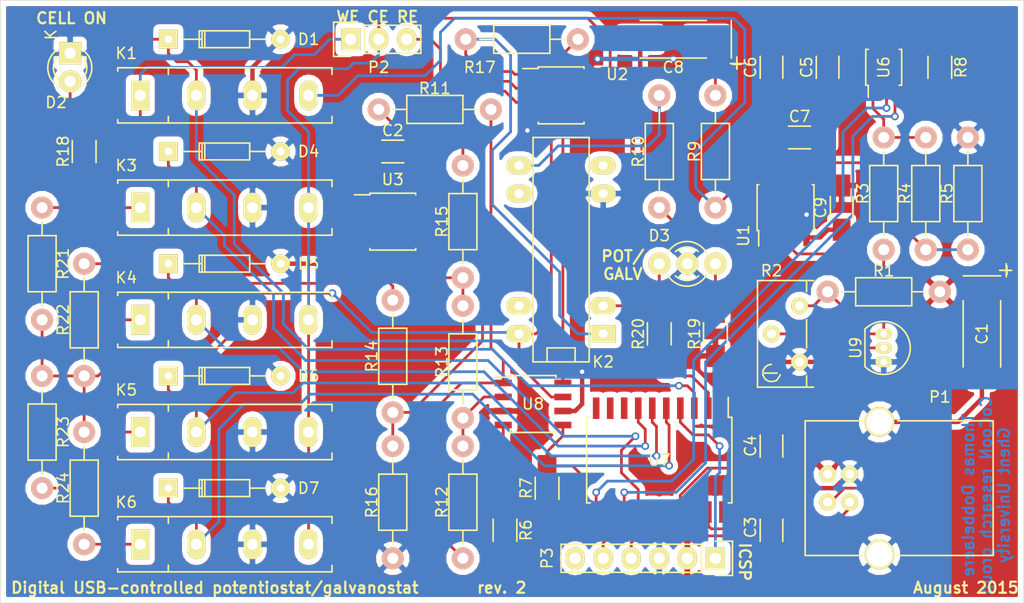
<source format=kicad_pcb>
(kicad_pcb (version 4) (host pcbnew 0.201508180901+6098~28~ubuntu14.04.1-product)
  (title_block (title "Digital USB-controlled potentiostat/galvanostat") (date "August 12, 2015") (rev 2) (company "CoCooN research group, Ghent University") (comment 1 "Thomas Dobbelaere"))
  (layers (0 F.Cu signal) (31 B.Cu signal hide) (34 B.Paste user hide) (35 F.Paste user hide) (36 B.SilkS user hide) (37 F.SilkS user hide) (38 B.Mask user hide) (39 F.Mask user hide) (44 Edge.Cuts user hide))
  (net 0 "")
  (net 1 GND)
  (net 2 +5V)
  (net 3 "Net-(C4-Pad2)")
  (net 4 /V_REF_2.4V)
  (net 5 "Net-(C7-Pad1)")
  (net 6 "Net-(C7-Pad2)")
  (net 7 "Net-(C8-Pad1)")
  (net 8 /CELL_ON)
  (net 9 "Net-(D2-Pad2)")
  (net 10 "Net-(D3-Pad1)")
  (net 11 "Net-(D3-Pad3)")
  (net 12 /RANGE1)
  (net 13 /RANGE2)
  (net 14 /RANGE3)
  (net 15 /RANGE4)
  (net 16 /WE)
  (net 17 "Net-(K2-Pad1)")
  (net 18 /MODE_SW)
  (net 19 "Net-(K2-Pad8)")
  (net 20 /GALV_SENSE-)
  (net 21 "Net-(K3-Pad1)")
  (net 22 /CE)
  (net 23 "Net-(K4-Pad1)")
  (net 24 "Net-(K5-Pad1)")
  (net 25 "Net-(K6-Pad1)")
  (net 26 /D-)
  (net 27 /D+)
  (net 28 /RE)
  (net 29 /MCLR)
  (net 30 /ICSPDAT)
  (net 31 /ICSPCLK)
  (net 32 "Net-(P3-Pad6)")
  (net 33 "Net-(R1-Pad1)")
  (net 34 "Net-(R2-Pad2)")
  (net 35 "Net-(R4-Pad1)")
  (net 36 /SDA)
  (net 37 /SCL)
  (net 38 "Net-(R8-Pad1)")
  (net 39 "Net-(R11-Pad1)")
  (net 40 "Net-(R11-Pad2)")
  (net 41 "Net-(R12-Pad1)")
  (net 42 "Net-(R13-Pad1)")
  (net 43 "Net-(R14-Pad1)")
  (net 44 "Net-(R15-Pad2)")
  (net 45 /GALV_SENSE+)
  (net 46 "Net-(U6-Pad2)")
  (net 47 "Net-(U7-Pad8)")
  (net 48 "Net-(U7-Pad9)")
  (net 49 "Net-(U7-Pad10)")
  (net 50 "Net-(U7-Pad12)")
  (module Capacitors_Tantalum_SMD:TantalC_SizeC_EIA-6032_HandSoldering (layer F.Cu) (at 157.48 86.36 270)
    (fp_text reference C1 (at 0 0 270) (layer F.SilkS))
    (fp_text value "10 µF")
    (fp_text user + (at -5.75056 -2.19964 270) (layer F.SilkS))
    (pad 2 smd rect (at 2.99974 0 270) (size 3.50012 1.80086) (layers F.Cu F.Paste F.Mask) (net 1 GND))
    (pad 1 smd rect (at -2.99974 0 270) (size 3.50012 1.80086) (layers F.Cu F.Paste F.Mask) (net 2 +5V))
  )
  (module Capacitors_SMD:C_1206_HandSoldering (layer F.Cu) (at 104.14 69.85 180)
    (fp_text reference C2 (at 0 1.905 180) (layer F.SilkS))
    (fp_text value "0.1 µF")
    (pad 1 smd rect (at -2 0 180) (size 2 1.6) (layers F.Cu F.Paste F.Mask) (net 2 +5V))
    (pad 2 smd rect (at 2 0 180) (size 2 1.6) (layers F.Cu F.Paste F.Mask) (net 1 GND))
  )
  (module Capacitors_SMD:C_1206_HandSoldering (layer F.Cu) (at 138.43 104.14 90)
    (fp_text reference C3 (at 0.254 -1.905 90) (layer F.SilkS))
    (fp_text value "0.1 µF")
    (pad 1 smd rect (at -2 0 90) (size 2 1.6) (layers F.Cu F.Paste F.Mask) (net 2 +5V))
    (pad 2 smd rect (at 2 0 90) (size 2 1.6) (layers F.Cu F.Paste F.Mask) (net 1 GND))
  )
  (module Capacitors_SMD:C_1206_HandSoldering (layer F.Cu) (at 138.43 96.52 270)
    (fp_text reference C4 (at 0 1.905 270) (layer F.SilkS))
    (fp_text value "0.1 µF")
    (pad 1 smd rect (at -2 0 270) (size 2 1.6) (layers F.Cu F.Paste F.Mask) (net 1 GND))
    (pad 2 smd rect (at 2 0 270) (size 2 1.6) (layers F.Cu F.Paste F.Mask) (net 3 "Net-(C4-Pad2)"))
  )
  (module Capacitors_SMD:C_1206_HandSoldering (layer F.Cu) (at 143.51 62.23 270)
    (fp_text reference C5 (at 0 1.905 270) (layer F.SilkS))
    (fp_text value "0.1 µF")
    (pad 1 smd rect (at -2 0 270) (size 2 1.6) (layers F.Cu F.Paste F.Mask) (net 1 GND))
    (pad 2 smd rect (at 2 0 270) (size 2 1.6) (layers F.Cu F.Paste F.Mask) (net 4 /V_REF_2.4V))
  )
  (module Capacitors_SMD:C_1206_HandSoldering (layer F.Cu) (at 138.43 62.23 90)
    (fp_text reference C6 (at 0 -1.905 90) (layer F.SilkS))
    (fp_text value "0.1 µF")
    (pad 1 smd rect (at -2 0 90) (size 2 1.6) (layers F.Cu F.Paste F.Mask) (net 2 +5V))
    (pad 2 smd rect (at 2 0 90) (size 2 1.6) (layers F.Cu F.Paste F.Mask) (net 1 GND))
  )
  (module Capacitors_SMD:C_1206_HandSoldering (layer F.Cu) (at 140.97 68.58)
    (fp_text reference C7 (at 0 -1.905) (layer F.SilkS))
    (fp_text value "0.1 µF")
    (pad 1 smd rect (at -2 0) (size 2 1.6) (layers F.Cu F.Paste F.Mask) (net 5 "Net-(C7-Pad1)"))
    (pad 2 smd rect (at 2 0) (size 2 1.6) (layers F.Cu F.Paste F.Mask) (net 6 "Net-(C7-Pad2)"))
  )
  (module Capacitors_Tantalum_SMD:TantalC_SizeC_EIA-6032_HandSoldering (layer F.Cu) (at 129.54 59.69 180)
    (fp_text reference C8 (at 0 -2.54 180) (layer F.SilkS))
    (fp_text value "10 µF")
    (fp_text user + (at -5.75056 -2.19964 180) (layer F.SilkS))
    (pad 2 smd rect (at 2.99974 0 180) (size 3.50012 1.80086) (layers F.Cu F.Paste F.Mask) (net 1 GND))
    (pad 1 smd rect (at -2.99974 0 180) (size 3.50012 1.80086) (layers F.Cu F.Paste F.Mask) (net 7 "Net-(C8-Pad1)"))
  )
  (module Capacitors_SMD:C_1206_HandSoldering (layer F.Cu) (at 144.78 74.93 270)
    (fp_text reference C9 (at 0 1.905 270) (layer F.SilkS))
    (fp_text value "0.1 µF")
    (pad 1 smd rect (at -2 0 270) (size 2 1.6) (layers F.Cu F.Paste F.Mask) (net 2 +5V))
    (pad 2 smd rect (at 2 0 270) (size 2 1.6) (layers F.Cu F.Paste F.Mask) (net 1 GND))
  )
  (module Diodes_ThroughHole:Diode_DO-35_SOD27_Horizontal_RM10 (layer F.Cu) (at 83.82 59.69)
    (fp_text reference D1 (at 12.7 0) (layer F.SilkS))
    (fp_text value 1N4148)
    (pad 2 thru_hole circle (at 10.16052 -0.00254 180) (size 1.69926 1.69926) (drill 0.70104) (layers *.Cu *.Mask F.SilkS) (net 1 GND))
    (pad 1 thru_hole rect (at 0.00052 -0.00254 180) (size 1.69926 1.69926) (drill 0.70104) (layers *.Cu *.Mask F.SilkS) (net 8 /CELL_ON))
  )
  (module LEDs:LED-3MM (layer F.Cu) (at 74.93 60.96 270)
    (fp_text reference D2 (at 4.445 1.27 360) (layer F.SilkS))
    (fp_text value "CELL ON LED")
    (fp_text user K (at -1.69 1.74 270) (layer F.SilkS))
    (pad 1 thru_hole rect (at 0 0) (size 2 2) (drill 1.00076) (layers *.Cu *.Mask F.SilkS) (net 1 GND))
    (pad 2 thru_hole circle (at 2.54 0 270) (size 2 2) (drill 1.00076) (layers *.Cu *.Mask F.SilkS) (net 9 "Net-(D2-Pad2)"))
  )
  (module my_footprints:DUO-LED-3mm (layer F.Cu) (at 133.35 80.01 180)
    (fp_text reference D3 (at 5.08 2.54 180) (layer F.SilkS))
    (fp_text value "MODE LED")
    (pad 1 thru_hole circle (at 0 0 180) (size 2 2) (drill 1.00076) (layers *.Cu *.Mask F.SilkS) (net 10 "Net-(D3-Pad1)"))
    (pad 2 thru_hole circle (at 2.54 0 180) (size 2 2) (drill 1.00076) (layers *.Cu *.Mask F.SilkS) (net 1 GND))
    (pad 3 thru_hole circle (at 5.08 0 180) (size 2 2) (drill 1.00076) (layers *.Cu *.Mask F.SilkS) (net 11 "Net-(D3-Pad3)"))
  )
  (module Diodes_ThroughHole:Diode_DO-35_SOD27_Horizontal_RM10 (layer F.Cu) (at 83.82 69.85)
    (fp_text reference D4 (at 12.7 0) (layer F.SilkS))
    (fp_text value 1N4148)
    (pad 2 thru_hole circle (at 10.16052 -0.00254 180) (size 1.69926 1.69926) (drill 0.70104) (layers *.Cu *.Mask F.SilkS) (net 1 GND))
    (pad 1 thru_hole rect (at 0.00052 -0.00254 180) (size 1.69926 1.69926) (drill 0.70104) (layers *.Cu *.Mask F.SilkS) (net 12 /RANGE1))
  )
  (module Diodes_ThroughHole:Diode_DO-35_SOD27_Horizontal_RM10 (layer F.Cu) (at 83.82 80.01)
    (fp_text reference D5 (at 12.7 0) (layer F.SilkS))
    (fp_text value 1N4148)
    (pad 2 thru_hole circle (at 10.16052 -0.00254 180) (size 1.69926 1.69926) (drill 0.70104) (layers *.Cu *.Mask F.SilkS) (net 1 GND))
    (pad 1 thru_hole rect (at 0.00052 -0.00254 180) (size 1.69926 1.69926) (drill 0.70104) (layers *.Cu *.Mask F.SilkS) (net 13 /RANGE2))
  )
  (module Diodes_ThroughHole:Diode_DO-35_SOD27_Horizontal_RM10 (layer F.Cu) (at 83.82 90.17)
    (fp_text reference D6 (at 12.7 0) (layer F.SilkS))
    (fp_text value 1N4148)
    (pad 2 thru_hole circle (at 10.16052 -0.00254 180) (size 1.69926 1.69926) (drill 0.70104) (layers *.Cu *.Mask F.SilkS) (net 1 GND))
    (pad 1 thru_hole rect (at 0.00052 -0.00254 180) (size 1.69926 1.69926) (drill 0.70104) (layers *.Cu *.Mask F.SilkS) (net 14 /RANGE3))
  )
  (module Diodes_ThroughHole:Diode_DO-35_SOD27_Horizontal_RM10 (layer F.Cu) (at 83.82 100.33)
    (fp_text reference D7 (at 12.7 0) (layer F.SilkS))
    (fp_text value 1N4148)
    (pad 2 thru_hole circle (at 10.16052 -0.00254 180) (size 1.69926 1.69926) (drill 0.70104) (layers *.Cu *.Mask F.SilkS) (net 1 GND))
    (pad 1 thru_hole rect (at 0.00052 -0.00254 180) (size 1.69926 1.69926) (drill 0.70104) (layers *.Cu *.Mask F.SilkS) (net 15 /RANGE4))
  )
  (module my_footprints:RELAY-9007 (layer F.Cu) (at 91.44 64.77)
    (fp_text reference K1 (at -11.43 -3.81) (layer F.SilkS))
    (fp_text value 9007-05-00)
    (pad 1 thru_hole rect (at -10.16 0 90) (size 2.7 1.6) (drill 1) (layers *.Cu *.Mask F.SilkS) (net 16 /WE))
    (pad 2 thru_hole oval (at -5.08 0 90) (size 2.7 1.6) (drill 1) (layers *.Cu *.Mask F.SilkS) (net 8 /CELL_ON))
    (pad 3 thru_hole oval (at 0 0 90) (size 2.7 1.6) (drill 1) (layers *.Cu *.Mask F.SilkS) (net 1 GND))
    (pad 4 thru_hole oval (at 5.08 0 90) (size 2.7 1.6) (drill 1) (layers *.Cu *.Mask F.SilkS) (net 5 "Net-(C7-Pad1)"))
  )
  (module my_footprints:RELAY-HE700 (layer F.Cu) (at 119.38 78.74 90)
    (fp_text reference K2 (at -10.16 3.81 180) (layer F.SilkS))
    (fp_text value HE721C0510)
    (pad 1 thru_hole rect (at -7.62 3.81 90) (size 1.5748 2.286) (drill 0.8128) (layers *.Cu *.Mask F.SilkS) (net 17 "Net-(K2-Pad1)"))
    (pad 2 thru_hole oval (at -5.08 3.81 90) (size 1.5748 2.286) (drill 0.8128) (layers *.Cu *.Mask F.SilkS) (net 18 /MODE_SW))
    (pad 6 thru_hole oval (at 5.08 3.81 90) (size 1.5748 2.286) (drill 0.8128) (layers *.Cu *.Mask F.SilkS) (net 1 GND))
    (pad 7 thru_hole oval (at 7.62 3.81 90) (size 1.5748 2.286) (drill 0.8128) (layers *.Cu *.Mask F.SilkS))
    (pad 8 thru_hole oval (at 7.62 -3.81 90) (size 1.5748 2.286) (drill 0.8128) (layers *.Cu *.Mask F.SilkS) (net 19 "Net-(K2-Pad8)"))
    (pad 9 thru_hole oval (at 5.08 -3.81 90) (size 1.5748 2.286) (drill 0.8128) (layers *.Cu *.Mask F.SilkS))
    (pad 13 thru_hole oval (at -5.08 -3.81 90) (size 1.5748 2.286) (drill 0.8128) (layers *.Cu *.Mask F.SilkS))
    (pad 14 thru_hole oval (at -7.62 -3.81 90) (size 1.5748 2.286) (drill 0.8128) (layers *.Cu *.Mask F.SilkS) (net 20 /GALV_SENSE-))
  )
  (module my_footprints:RELAY-9007 (layer F.Cu) (at 91.44 74.93)
    (fp_text reference K3 (at -11.43 -3.81) (layer F.SilkS))
    (fp_text value 9007-05-00)
    (pad 1 thru_hole rect (at -10.16 0 90) (size 2.7 1.6) (drill 1) (layers *.Cu *.Mask F.SilkS) (net 21 "Net-(K3-Pad1)"))
    (pad 2 thru_hole oval (at -5.08 0 90) (size 2.7 1.6) (drill 1) (layers *.Cu *.Mask F.SilkS) (net 12 /RANGE1))
    (pad 3 thru_hole oval (at 0 0 90) (size 2.7 1.6) (drill 1) (layers *.Cu *.Mask F.SilkS) (net 1 GND))
    (pad 4 thru_hole oval (at 5.08 0 90) (size 2.7 1.6) (drill 1) (layers *.Cu *.Mask F.SilkS) (net 22 /CE))
  )
  (module my_footprints:RELAY-9007 (layer F.Cu) (at 91.44 85.09)
    (fp_text reference K4 (at -11.43 -3.81) (layer F.SilkS))
    (fp_text value 9007-05-00)
    (pad 1 thru_hole rect (at -10.16 0 90) (size 2.7 1.6) (drill 1) (layers *.Cu *.Mask F.SilkS) (net 23 "Net-(K4-Pad1)"))
    (pad 2 thru_hole oval (at -5.08 0 90) (size 2.7 1.6) (drill 1) (layers *.Cu *.Mask F.SilkS) (net 13 /RANGE2))
    (pad 3 thru_hole oval (at 0 0 90) (size 2.7 1.6) (drill 1) (layers *.Cu *.Mask F.SilkS) (net 1 GND))
    (pad 4 thru_hole oval (at 5.08 0 90) (size 2.7 1.6) (drill 1) (layers *.Cu *.Mask F.SilkS) (net 22 /CE))
  )
  (module my_footprints:RELAY-9007 (layer F.Cu) (at 91.44 95.25)
    (fp_text reference K5 (at -11.43 -3.81) (layer F.SilkS))
    (fp_text value 9007-05-00)
    (pad 1 thru_hole rect (at -10.16 0 90) (size 2.7 1.6) (drill 1) (layers *.Cu *.Mask F.SilkS) (net 24 "Net-(K5-Pad1)"))
    (pad 2 thru_hole oval (at -5.08 0 90) (size 2.7 1.6) (drill 1) (layers *.Cu *.Mask F.SilkS) (net 14 /RANGE3))
    (pad 3 thru_hole oval (at 0 0 90) (size 2.7 1.6) (drill 1) (layers *.Cu *.Mask F.SilkS) (net 1 GND))
    (pad 4 thru_hole oval (at 5.08 0 90) (size 2.7 1.6) (drill 1) (layers *.Cu *.Mask F.SilkS) (net 22 /CE))
  )
  (module my_footprints:RELAY-9007 (layer F.Cu) (at 91.44 105.41)
    (fp_text reference K6 (at -11.43 -3.81) (layer F.SilkS))
    (fp_text value 9007-05-00)
    (pad 1 thru_hole rect (at -10.16 0 90) (size 2.7 1.6) (drill 1) (layers *.Cu *.Mask F.SilkS) (net 25 "Net-(K6-Pad1)"))
    (pad 2 thru_hole oval (at -5.08 0 90) (size 2.7 1.6) (drill 1) (layers *.Cu *.Mask F.SilkS) (net 15 /RANGE4))
    (pad 3 thru_hole oval (at 0 0 90) (size 2.7 1.6) (drill 1) (layers *.Cu *.Mask F.SilkS) (net 1 GND))
    (pad 4 thru_hole oval (at 5.08 0 90) (size 2.7 1.6) (drill 1) (layers *.Cu *.Mask F.SilkS) (net 22 /CE))
  )
  (module Connect:USB_B (layer F.Cu) (at 143.51 99.06)
    (fp_text reference P1 (at 10.16 -6.985 180) (layer F.SilkS))
    (fp_text value USB_B)
    (pad 2 thru_hole circle (at 0 2.54 270) (size 1.524 1.524) (drill 0.8128) (layers *.Cu *.Mask F.SilkS) (net 26 /D-))
    (pad 1 thru_hole circle (at 0 0 270) (size 1.524 1.524) (drill 0.8128) (layers *.Cu *.Mask F.SilkS) (net 2 +5V))
    (pad 4 thru_hole circle (at 1.99898 0 270) (size 1.524 1.524) (drill 0.8128) (layers *.Cu *.Mask F.SilkS) (net 1 GND))
    (pad 3 thru_hole circle (at 1.99898 2.54 270) (size 1.524 1.524) (drill 0.8128) (layers *.Cu *.Mask F.SilkS) (net 27 /D+))
    (pad 5 thru_hole circle (at 4.699 7.26948 270) (size 2.70002 2.70002) (drill 2.30124) (layers *.Cu *.Mask F.SilkS) (net 1 GND))
    (pad 5 thru_hole circle (at 4.699 -4.72948 270) (size 2.70002 2.70002) (drill 2.30124) (layers *.Cu *.Mask F.SilkS) (net 1 GND))
  )
  (module Pin_Headers:Pin_Header_Straight_1x03 (layer F.Cu) (at 100.33 59.69 90)
    (fp_text reference P2 (at -2.54 2.54 180) (layer F.SilkS))
    (fp_text value CELL_CONN)
    (pad 1 thru_hole rect (at 0 0 90) (size 2.032 1.7272) (drill 1.016) (layers *.Cu *.Mask F.SilkS) (net 16 /WE))
    (pad 2 thru_hole oval (at 0 2.54 90) (size 2.032 1.7272) (drill 1.016) (layers *.Cu *.Mask F.SilkS) (net 22 /CE))
    (pad 3 thru_hole oval (at 0 5.08 90) (size 2.032 1.7272) (drill 1.016) (layers *.Cu *.Mask F.SilkS) (net 28 /RE))
  )
  (module Pin_Headers:Pin_Header_Straight_1x06 (layer F.Cu) (at 133.35 106.68 270)
    (fp_text reference P3 (at 0 15.24 270) (layer F.SilkS))
    (fp_text value ICSP_CONN)
    (pad 1 thru_hole rect (at 0 0 270) (size 2.032 1.7272) (drill 1.016) (layers *.Cu *.Mask F.SilkS) (net 29 /MCLR))
    (pad 2 thru_hole oval (at 0 2.54 270) (size 2.032 1.7272) (drill 1.016) (layers *.Cu *.Mask F.SilkS) (net 2 +5V))
    (pad 3 thru_hole oval (at 0 5.08 270) (size 2.032 1.7272) (drill 1.016) (layers *.Cu *.Mask F.SilkS) (net 1 GND))
    (pad 4 thru_hole oval (at 0 7.62 270) (size 2.032 1.7272) (drill 1.016) (layers *.Cu *.Mask F.SilkS) (net 30 /ICSPDAT))
    (pad 5 thru_hole oval (at 0 10.16 270) (size 2.032 1.7272) (drill 1.016) (layers *.Cu *.Mask F.SilkS) (net 31 /ICSPCLK))
    (pad 6 thru_hole oval (at 0 12.7 270) (size 2.032 1.7272) (drill 1.016) (layers *.Cu *.Mask F.SilkS) (net 32 "Net-(P3-Pad6)"))
  )
  (module Resistors_ThroughHole:Resistor_Horizontal_RM10mm (layer F.Cu) (at 148.59 82.55)
    (fp_text reference R1 (at 0 -1.905) (layer F.SilkS))
    (fp_text value 1k)
    (pad 1 thru_hole circle (at -5.08 0) (size 1.99898 1.99898) (drill 1.00076) (layers *.Cu *.SilkS *.Mask) (net 33 "Net-(R1-Pad1)"))
    (pad 2 thru_hole circle (at 5.08 0) (size 1.99898 1.99898) (drill 1.00076) (layers *.Cu *.SilkS *.Mask) (net 2 +5V))
  )
  (module Potentiometers:Potentiometer_Bourns_3296Y_3-8Zoll_Angular_ScrewUp (layer F.Cu) (at 140.97 88.9)
    (fp_text reference R2 (at -2.54 -8.255) (layer F.SilkS))
    (fp_text value 10k)
    (pad 2 thru_hole circle (at -2.54 -2.54) (size 1.524 1.524) (drill 0.8128) (layers *.Cu *.Mask F.SilkS) (net 34 "Net-(R2-Pad2)"))
    (pad 3 thru_hole circle (at 0 -5.08) (size 1.524 1.524) (drill 0.8128) (layers *.Cu *.Mask F.SilkS) (net 33 "Net-(R1-Pad1)"))
    (pad 1 thru_hole circle (at 0 0) (size 1.524 1.524) (drill 0.8128) (layers *.Cu *.Mask F.SilkS) (net 1 GND))
  )
  (module Resistors_ThroughHole:Resistor_Horizontal_RM10mm (layer F.Cu) (at 148.59 73.66 90)
    (fp_text reference R3 (at 0 -1.905 90) (layer F.SilkS))
    (fp_text value "10k 0.1%")
    (pad 1 thru_hole circle (at -5.08 0 90) (size 1.99898 1.99898) (drill 1.00076) (layers *.Cu *.SilkS *.Mask) (net 33 "Net-(R1-Pad1)"))
    (pad 2 thru_hole circle (at 5.08 0 90) (size 1.99898 1.99898) (drill 1.00076) (layers *.Cu *.SilkS *.Mask) (net 4 /V_REF_2.4V))
  )
  (module Resistors_ThroughHole:Resistor_Horizontal_RM10mm (layer F.Cu) (at 152.4 73.66 90)
    (fp_text reference R4 (at 0 -1.905 90) (layer F.SilkS))
    (fp_text value "18k 0.1%")
    (pad 1 thru_hole circle (at -5.08 0 90) (size 1.99898 1.99898) (drill 1.00076) (layers *.Cu *.SilkS *.Mask) (net 35 "Net-(R4-Pad1)"))
    (pad 2 thru_hole circle (at 5.08 0 90) (size 1.99898 1.99898) (drill 1.00076) (layers *.Cu *.SilkS *.Mask) (net 4 /V_REF_2.4V))
  )
  (module Resistors_ThroughHole:Resistor_Horizontal_RM10mm (layer F.Cu) (at 156.21 73.66 270)
    (fp_text reference R5 (at 0 1.905 270) (layer F.SilkS))
    (fp_text value "2k 0.1%")
    (pad 1 thru_hole circle (at -5.08 0 270) (size 1.99898 1.99898) (drill 1.00076) (layers *.Cu *.SilkS *.Mask) (net 1 GND))
    (pad 2 thru_hole circle (at 5.08 0 270) (size 1.99898 1.99898) (drill 1.00076) (layers *.Cu *.SilkS *.Mask) (net 35 "Net-(R4-Pad1)"))
  )
  (module Resistors_SMD:R_1206_HandSoldering (layer F.Cu) (at 114.3 104.14 90)
    (fp_text reference R6 (at 0 1.905 90) (layer F.SilkS))
    (fp_text value 4k7)
    (pad 1 smd rect (at -2 0 90) (size 2 1.7) (layers F.Cu F.Paste F.Mask) (net 2 +5V))
    (pad 2 smd rect (at 2 0 90) (size 2 1.7) (layers F.Cu F.Paste F.Mask) (net 36 /SDA))
  )
  (module Resistors_SMD:R_1206_HandSoldering (layer F.Cu) (at 118.11 100.33 90)
    (fp_text reference R7 (at 0 -1.905 90) (layer F.SilkS))
    (fp_text value 4k7)
    (pad 1 smd rect (at -2 0 90) (size 2 1.7) (layers F.Cu F.Paste F.Mask) (net 2 +5V))
    (pad 2 smd rect (at 2 0 90) (size 2 1.7) (layers F.Cu F.Paste F.Mask) (net 37 /SCL))
  )
  (module Resistors_SMD:R_1206_HandSoldering (layer F.Cu) (at 153.67 62.23 90)
    (fp_text reference R8 (at 0 1.905 90) (layer F.SilkS))
    (fp_text value 100k)
    (pad 1 smd rect (at -2 0 90) (size 2 1.7) (layers F.Cu F.Paste F.Mask) (net 38 "Net-(R8-Pad1)"))
    (pad 2 smd rect (at 2 0 90) (size 2 1.7) (layers F.Cu F.Paste F.Mask) (net 2 +5V))
  )
  (module Resistors_ThroughHole:Resistor_Horizontal_RM10mm (layer F.Cu) (at 133.35 69.85 90)
    (fp_text reference R9 (at 0 -1.905 90) (layer F.SilkS))
    (fp_text value 27)
    (pad 1 thru_hole circle (at -5.08 0 90) (size 1.99898 1.99898) (drill 1.00076) (layers *.Cu *.SilkS *.Mask) (net 5 "Net-(C7-Pad1)"))
    (pad 2 thru_hole circle (at 5.08 0 90) (size 1.99898 1.99898) (drill 1.00076) (layers *.Cu *.SilkS *.Mask) (net 7 "Net-(C8-Pad1)"))
  )
  (module Resistors_ThroughHole:Resistor_Horizontal_RM10mm (layer F.Cu) (at 128.27 69.85 270)
    (fp_text reference R10 (at 0 1.905 270) (layer F.SilkS))
    (fp_text value 100k)
    (pad 1 thru_hole circle (at -5.08 0 270) (size 1.99898 1.99898) (drill 1.00076) (layers *.Cu *.SilkS *.Mask) (net 19 "Net-(K2-Pad8)"))
    (pad 2 thru_hole circle (at 5.08 0 270) (size 1.99898 1.99898) (drill 1.00076) (layers *.Cu *.SilkS *.Mask) (net 6 "Net-(C7-Pad2)"))
  )
  (module Resistors_ThroughHole:Resistor_Horizontal_RM10mm (layer F.Cu) (at 107.95 66.04 180)
    (fp_text reference R11 (at 0 1.905 180) (layer F.SilkS))
    (fp_text value "1k 0.1%")
    (pad 1 thru_hole circle (at -5.08 0 180) (size 1.99898 1.99898) (drill 1.00076) (layers *.Cu *.SilkS *.Mask) (net 39 "Net-(R11-Pad1)"))
    (pad 2 thru_hole circle (at 5.08 0 180) (size 1.99898 1.99898) (drill 1.00076) (layers *.Cu *.SilkS *.Mask) (net 40 "Net-(R11-Pad2)"))
  )
  (module Resistors_ThroughHole:Resistor_Horizontal_RM10mm (layer F.Cu) (at 110.49 101.6 270)
    (fp_text reference R12 (at 0 1.905 270) (layer F.SilkS))
    (fp_text value "1k 0.1%")
    (pad 1 thru_hole circle (at -5.08 0 270) (size 1.99898 1.99898) (drill 1.00076) (layers *.Cu *.SilkS *.Mask) (net 41 "Net-(R12-Pad1)"))
    (pad 2 thru_hole circle (at 5.08 0 270) (size 1.99898 1.99898) (drill 1.00076) (layers *.Cu *.SilkS *.Mask) (net 39 "Net-(R11-Pad1)"))
  )
  (module Resistors_ThroughHole:Resistor_Horizontal_RM10mm (layer F.Cu) (at 110.49 88.9 270)
    (fp_text reference R13 (at 0 1.905 270) (layer F.SilkS))
    (fp_text value "1k 0.1%")
    (pad 1 thru_hole circle (at -5.08 0 270) (size 1.99898 1.99898) (drill 1.00076) (layers *.Cu *.SilkS *.Mask) (net 42 "Net-(R13-Pad1)"))
    (pad 2 thru_hole circle (at 5.08 0 270) (size 1.99898 1.99898) (drill 1.00076) (layers *.Cu *.SilkS *.Mask) (net 41 "Net-(R12-Pad1)"))
  )
  (module Resistors_ThroughHole:Resistor_Horizontal_RM10mm (layer F.Cu) (at 104.14 88.392 90)
    (fp_text reference R14 (at 0 -1.905 90) (layer F.SilkS))
    (fp_text value "200k 0.1%")
    (pad 1 thru_hole circle (at -5.08 0 90) (size 1.99898 1.99898) (drill 1.00076) (layers *.Cu *.SilkS *.Mask) (net 43 "Net-(R14-Pad1)"))
    (pad 2 thru_hole circle (at 5.08 0 90) (size 1.99898 1.99898) (drill 1.00076) (layers *.Cu *.SilkS *.Mask) (net 40 "Net-(R11-Pad2)"))
  )
  (module Resistors_ThroughHole:Resistor_Horizontal_RM10mm (layer F.Cu) (at 110.49 76.2 90)
    (fp_text reference R15 (at 0 -1.905 90) (layer F.SilkS))
    (fp_text value "200k 0.1%")
    (pad 1 thru_hole circle (at -5.08 0 90) (size 1.99898 1.99898) (drill 1.00076) (layers *.Cu *.SilkS *.Mask) (net 42 "Net-(R13-Pad1)"))
    (pad 2 thru_hole circle (at 5.08 0 90) (size 1.99898 1.99898) (drill 1.00076) (layers *.Cu *.SilkS *.Mask) (net 44 "Net-(R15-Pad2)"))
  )
  (module Resistors_ThroughHole:Resistor_Horizontal_RM10mm (layer F.Cu) (at 104.14 101.6 270)
    (fp_text reference R16 (at 0 1.905 270) (layer F.SilkS))
    (fp_text value "100k 0.1%")
    (pad 1 thru_hole circle (at -5.08 0 270) (size 1.99898 1.99898) (drill 1.00076) (layers *.Cu *.SilkS *.Mask) (net 43 "Net-(R14-Pad1)"))
    (pad 2 thru_hole circle (at 5.08 0 270) (size 1.99898 1.99898) (drill 1.00076) (layers *.Cu *.SilkS *.Mask) (net 1 GND))
  )
  (module Resistors_ThroughHole:Resistor_Horizontal_RM10mm (layer F.Cu) (at 115.824 59.69 180)
    (fp_text reference R17 (at 3.81 -2.54 180) (layer F.SilkS))
    (fp_text value "100k 0.1%")
    (pad 1 thru_hole circle (at -5.08 0 180) (size 1.99898 1.99898) (drill 1.00076) (layers *.Cu *.SilkS *.Mask) (net 44 "Net-(R15-Pad2)"))
    (pad 2 thru_hole circle (at 5.08 0 180) (size 1.99898 1.99898) (drill 1.00076) (layers *.Cu *.SilkS *.Mask) (net 17 "Net-(K2-Pad1)"))
  )
  (module Resistors_SMD:R_1206_HandSoldering (layer F.Cu) (at 76.2 69.85 270)
    (fp_text reference R18 (at 0 1.905 270) (layer F.SilkS))
    (fp_text value 1k)
    (pad 1 smd rect (at -2 0 270) (size 2 1.7) (layers F.Cu F.Paste F.Mask) (net 9 "Net-(D2-Pad2)"))
    (pad 2 smd rect (at 2 0 270) (size 2 1.7) (layers F.Cu F.Paste F.Mask) (net 8 /CELL_ON))
  )
  (module Resistors_SMD:R_1206_HandSoldering (layer F.Cu) (at 133.35 86.36 270)
    (fp_text reference R19 (at 0 1.905 270) (layer F.SilkS))
    (fp_text value 1k)
    (pad 1 smd rect (at -2 0 270) (size 2 1.7) (layers F.Cu F.Paste F.Mask) (net 10 "Net-(D3-Pad1)"))
    (pad 2 smd rect (at 2 0 270) (size 2 1.7) (layers F.Cu F.Paste F.Mask) (net 2 +5V))
  )
  (module Resistors_SMD:R_1206_HandSoldering (layer F.Cu) (at 128.27 86.36 270)
    (fp_text reference R20 (at 0 1.905 270) (layer F.SilkS))
    (fp_text value 1k)
    (pad 1 smd rect (at -2 0 270) (size 2 1.7) (layers F.Cu F.Paste F.Mask) (net 11 "Net-(D3-Pad3)"))
    (pad 2 smd rect (at 2 0 270) (size 2 1.7) (layers F.Cu F.Paste F.Mask) (net 18 /MODE_SW))
  )
  (module Resistors_ThroughHole:Resistor_Horizontal_RM10mm (layer F.Cu) (at 72.39 80.01 270)
    (fp_text reference R21 (at 0 -1.905 270) (layer F.SilkS))
    (fp_text value "100R 0.1%")
    (pad 1 thru_hole circle (at -5.08 0 270) (size 1.99898 1.99898) (drill 1.00076) (layers *.Cu *.SilkS *.Mask) (net 21 "Net-(K3-Pad1)"))
    (pad 2 thru_hole circle (at 5.08 0 270) (size 1.99898 1.99898) (drill 1.00076) (layers *.Cu *.SilkS *.Mask) (net 20 /GALV_SENSE-))
  )
  (module Resistors_ThroughHole:Resistor_Horizontal_RM10mm (layer F.Cu) (at 76.2 85.09 270)
    (fp_text reference R22 (at 0 1.905 270) (layer F.SilkS))
    (fp_text value "1k 0.1%")
    (pad 1 thru_hole circle (at -5.08 0 270) (size 1.99898 1.99898) (drill 1.00076) (layers *.Cu *.SilkS *.Mask) (net 23 "Net-(K4-Pad1)"))
    (pad 2 thru_hole circle (at 5.08 0 270) (size 1.99898 1.99898) (drill 1.00076) (layers *.Cu *.SilkS *.Mask) (net 20 /GALV_SENSE-))
  )
  (module Resistors_ThroughHole:Resistor_Horizontal_RM10mm (layer F.Cu) (at 72.39 95.25 90)
    (fp_text reference R23 (at 0 1.905 90) (layer F.SilkS))
    (fp_text value "10k 0.1%")
    (pad 1 thru_hole circle (at -5.08 0 90) (size 1.99898 1.99898) (drill 1.00076) (layers *.Cu *.SilkS *.Mask) (net 24 "Net-(K5-Pad1)"))
    (pad 2 thru_hole circle (at 5.08 0 90) (size 1.99898 1.99898) (drill 1.00076) (layers *.Cu *.SilkS *.Mask) (net 20 /GALV_SENSE-))
  )
  (module Resistors_ThroughHole:Resistor_Horizontal_RM10mm (layer F.Cu) (at 76.2 100.33 90)
    (fp_text reference R24 (at 0 -1.905 90) (layer F.SilkS))
    (fp_text value "100k 0.1%")
    (pad 1 thru_hole circle (at -5.08 0 90) (size 1.99898 1.99898) (drill 1.00076) (layers *.Cu *.SilkS *.Mask) (net 25 "Net-(K6-Pad1)"))
    (pad 2 thru_hole circle (at 5.08 0 90) (size 1.99898 1.99898) (drill 1.00076) (layers *.Cu *.SilkS *.Mask) (net 20 /GALV_SENSE-))
  )
  (module Housings_SOIC:SOIC-8_3.9x4.9mm_Pitch1.27mm (layer F.Cu) (at 139.7 74.93 90)
    (fp_text reference U1 (at -2.54 -3.81 270) (layer F.SilkS))
    (fp_text value AD8629)
    (pad 1 smd rect (at -2.7 -1.905 90) (size 1.55 0.6) (layers F.Cu F.Paste F.Mask) (net 45 /GALV_SENSE+))
    (pad 2 smd rect (at -2.7 -0.635 90) (size 1.55 0.6) (layers F.Cu F.Paste F.Mask) (net 45 /GALV_SENSE+))
    (pad 3 smd rect (at -2.7 0.635 90) (size 1.55 0.6) (layers F.Cu F.Paste F.Mask) (net 35 "Net-(R4-Pad1)"))
    (pad 4 smd rect (at -2.7 1.905 90) (size 1.55 0.6) (layers F.Cu F.Paste F.Mask) (net 1 GND))
    (pad 5 smd rect (at 2.7 1.905 90) (size 1.55 0.6) (layers F.Cu F.Paste F.Mask) (net 38 "Net-(R8-Pad1)"))
    (pad 6 smd rect (at 2.7 0.635 90) (size 1.55 0.6) (layers F.Cu F.Paste F.Mask) (net 6 "Net-(C7-Pad2)"))
    (pad 7 smd rect (at 2.7 -0.635 90) (size 1.55 0.6) (layers F.Cu F.Paste F.Mask) (net 5 "Net-(C7-Pad1)"))
    (pad 8 smd rect (at 2.7 -1.905 90) (size 1.55 0.6) (layers F.Cu F.Paste F.Mask) (net 2 +5V))
  )
  (module Housings_SOIC:SOIC-8_3.9x4.9mm_Pitch1.27mm (layer F.Cu) (at 119.38 64.77)
    (fp_text reference U2 (at 5.08 -1.905) (layer F.SilkS))
    (fp_text value AD8629)
    (pad 1 smd rect (at -2.7 -1.905) (size 1.55 0.6) (layers F.Cu F.Paste F.Mask) (net 17 "Net-(K2-Pad1)"))
    (pad 2 smd rect (at -2.7 -0.635) (size 1.55 0.6) (layers F.Cu F.Paste F.Mask) (net 44 "Net-(R15-Pad2)"))
    (pad 3 smd rect (at -2.7 0.635) (size 1.55 0.6) (layers F.Cu F.Paste F.Mask) (net 43 "Net-(R14-Pad1)"))
    (pad 4 smd rect (at -2.7 1.905) (size 1.55 0.6) (layers F.Cu F.Paste F.Mask) (net 1 GND))
    (pad 5 smd rect (at 2.7 1.905) (size 1.55 0.6) (layers F.Cu F.Paste F.Mask) (net 45 /GALV_SENSE+))
    (pad 6 smd rect (at 2.7 0.635) (size 1.55 0.6) (layers F.Cu F.Paste F.Mask) (net 22 /CE))
    (pad 7 smd rect (at 2.7 -0.635) (size 1.55 0.6) (layers F.Cu F.Paste F.Mask) (net 20 /GALV_SENSE-))
    (pad 8 smd rect (at 2.7 -1.905) (size 1.55 0.6) (layers F.Cu F.Paste F.Mask) (net 2 +5V))
  )
  (module Housings_SOIC:SOIC-8_3.9x4.9mm_Pitch1.27mm (layer F.Cu) (at 104.14 76.2)
    (fp_text reference U3 (at 0 -3.81) (layer F.SilkS))
    (fp_text value AD8629)
    (pad 1 smd rect (at -2.7 -1.905) (size 1.55 0.6) (layers F.Cu F.Paste F.Mask) (net 40 "Net-(R11-Pad2)"))
    (pad 2 smd rect (at -2.7 -0.635) (size 1.55 0.6) (layers F.Cu F.Paste F.Mask) (net 40 "Net-(R11-Pad2)"))
    (pad 3 smd rect (at -2.7 0.635) (size 1.55 0.6) (layers F.Cu F.Paste F.Mask) (net 16 /WE))
    (pad 4 smd rect (at -2.7 1.905) (size 1.55 0.6) (layers F.Cu F.Paste F.Mask) (net 1 GND))
    (pad 5 smd rect (at 2.7 1.905) (size 1.55 0.6) (layers F.Cu F.Paste F.Mask) (net 28 /RE))
    (pad 6 smd rect (at 2.7 0.635) (size 1.55 0.6) (layers F.Cu F.Paste F.Mask) (net 42 "Net-(R13-Pad1)"))
    (pad 7 smd rect (at 2.7 -0.635) (size 1.55 0.6) (layers F.Cu F.Paste F.Mask) (net 42 "Net-(R13-Pad1)"))
    (pad 8 smd rect (at 2.7 -1.905) (size 1.55 0.6) (layers F.Cu F.Paste F.Mask) (net 2 +5V))
  )
  (module Housings_SSOP:TSSOP-8_3x3mm_Pitch0.65mm (layer F.Cu) (at 148.59 62.23 90)
    (fp_text reference U6 (at 0 0 90) (layer F.SilkS))
    (fp_text value MAX5217)
    (pad 1 smd rect (at -2.15 -0.975 90) (size 1.1 0.4) (layers F.Cu F.Paste F.Mask) (net 4 /V_REF_2.4V))
    (pad 2 smd rect (at -2.15 -0.325 90) (size 1.1 0.4) (layers F.Cu F.Paste F.Mask) (net 46 "Net-(U6-Pad2)"))
    (pad 3 smd rect (at -2.15 0.325 90) (size 1.1 0.4) (layers F.Cu F.Paste F.Mask) (net 37 /SCL))
    (pad 4 smd rect (at -2.15 0.975 90) (size 1.1 0.4) (layers F.Cu F.Paste F.Mask) (net 36 /SDA))
    (pad 5 smd rect (at 2.15 0.975 90) (size 1.1 0.4) (layers F.Cu F.Paste F.Mask) (net 2 +5V))
    (pad 6 smd rect (at 2.15 0.325 90) (size 1.1 0.4) (layers F.Cu F.Paste F.Mask) (net 38 "Net-(R8-Pad1)"))
    (pad 7 smd rect (at 2.15 -0.325 90) (size 1.1 0.4) (layers F.Cu F.Paste F.Mask) (net 2 +5V))
    (pad 8 smd rect (at 2.15 -0.975 90) (size 1.1 0.4) (layers F.Cu F.Paste F.Mask) (net 1 GND))
  )
  (module Housings_SOIC:SOIC-20_7.5x12.8mm_Pitch1.27mm (layer F.Cu) (at 128.27 97.79 270)
    (fp_text reference U7 (at 0 0 360) (layer F.SilkS))
    (fp_text value PIC16F1459)
    (pad 1 smd rect (at -4.7 -5.715 270) (size 1.95 0.6) (layers F.Cu F.Paste F.Mask) (net 2 +5V))
    (pad 2 smd rect (at -4.7 -4.445 270) (size 1.95 0.6) (layers F.Cu F.Paste F.Mask) (net 18 /MODE_SW))
    (pad 3 smd rect (at -4.7 -3.175 270) (size 1.95 0.6) (layers F.Cu F.Paste F.Mask) (net 8 /CELL_ON))
    (pad 4 smd rect (at -4.7 -1.905 270) (size 1.95 0.6) (layers F.Cu F.Paste F.Mask) (net 29 /MCLR))
    (pad 5 smd rect (at -4.7 -0.635 270) (size 1.95 0.6) (layers F.Cu F.Paste F.Mask) (net 15 /RANGE4))
    (pad 6 smd rect (at -4.7 0.635 270) (size 1.95 0.6) (layers F.Cu F.Paste F.Mask) (net 14 /RANGE3))
    (pad 7 smd rect (at -4.7 1.905 270) (size 1.95 0.6) (layers F.Cu F.Paste F.Mask) (net 13 /RANGE2))
    (pad 8 smd rect (at -4.7 3.175 270) (size 1.95 0.6) (layers F.Cu F.Paste F.Mask) (net 47 "Net-(U7-Pad8)"))
    (pad 9 smd rect (at -4.7 4.445 270) (size 1.95 0.6) (layers F.Cu F.Paste F.Mask) (net 48 "Net-(U7-Pad9)"))
    (pad 10 smd rect (at -4.7 5.715 270) (size 1.95 0.6) (layers F.Cu F.Paste F.Mask) (net 49 "Net-(U7-Pad10)"))
    (pad 11 smd rect (at 4.7 5.715 270) (size 1.95 0.6) (layers F.Cu F.Paste F.Mask) (net 37 /SCL))
    (pad 12 smd rect (at 4.7 4.445 270) (size 1.95 0.6) (layers F.Cu F.Paste F.Mask) (net 50 "Net-(U7-Pad12)"))
    (pad 13 smd rect (at 4.7 3.175 270) (size 1.95 0.6) (layers F.Cu F.Paste F.Mask) (net 36 /SDA))
    (pad 14 smd rect (at 4.7 1.905 270) (size 1.95 0.6) (layers F.Cu F.Paste F.Mask) (net 12 /RANGE1))
    (pad 15 smd rect (at 4.7 0.635 270) (size 1.95 0.6) (layers F.Cu F.Paste F.Mask) (net 31 /ICSPCLK))
    (pad 16 smd rect (at 4.7 -0.635 270) (size 1.95 0.6) (layers F.Cu F.Paste F.Mask) (net 30 /ICSPDAT))
    (pad 17 smd rect (at 4.7 -1.905 270) (size 1.95 0.6) (layers F.Cu F.Paste F.Mask) (net 3 "Net-(C4-Pad2)"))
    (pad 18 smd rect (at 4.7 -3.175 270) (size 1.95 0.6) (layers F.Cu F.Paste F.Mask) (net 26 /D-))
    (pad 19 smd rect (at 4.7 -4.445 270) (size 1.95 0.6) (layers F.Cu F.Paste F.Mask) (net 27 /D+))
    (pad 20 smd rect (at 4.7 -5.715 270) (size 1.95 0.6) (layers F.Cu F.Paste F.Mask) (net 1 GND))
  )
  (module Housings_SOIC:SOIC-8_3.9x4.9mm_Pitch1.27mm (layer F.Cu) (at 116.84 92.71)
    (fp_text reference U8 (at 0 0) (layer F.SilkS))
    (fp_text value MCP3422)
    (pad 1 smd rect (at -2.7 -1.905) (size 1.55 0.6) (layers F.Cu F.Paste F.Mask) (net 39 "Net-(R11-Pad1)"))
    (pad 2 smd rect (at -2.7 -0.635) (size 1.55 0.6) (layers F.Cu F.Paste F.Mask) (net 41 "Net-(R12-Pad1)"))
    (pad 3 smd rect (at -2.7 0.635) (size 1.55 0.6) (layers F.Cu F.Paste F.Mask) (net 2 +5V))
    (pad 4 smd rect (at -2.7 1.905) (size 1.55 0.6) (layers F.Cu F.Paste F.Mask) (net 36 /SDA))
    (pad 5 smd rect (at 2.7 1.905) (size 1.55 0.6) (layers F.Cu F.Paste F.Mask) (net 37 /SCL))
    (pad 6 smd rect (at 2.7 0.635) (size 1.55 0.6) (layers F.Cu F.Paste F.Mask) (net 1 GND))
    (pad 7 smd rect (at 2.7 -0.635) (size 1.55 0.6) (layers F.Cu F.Paste F.Mask) (net 20 /GALV_SENSE-))
    (pad 8 smd rect (at 2.7 -1.905) (size 1.55 0.6) (layers F.Cu F.Paste F.Mask) (net 45 /GALV_SENSE+))
  )
  (module Housings_TO-92:TO-92_Inline_Narrow_Oval (layer F.Cu) (at 148.59 86.36 270)
    (fp_text reference U9 (at 1.27 2.54 270) (layer F.SilkS))
    (fp_text value TL431)
    (pad 2 thru_hole oval (at 1.27 0 90) (size 0.95 1.50114) (drill 0.6) (layers *.Cu *.Mask F.SilkS) (net 34 "Net-(R2-Pad2)"))
    (pad 3 thru_hole oval (at 2.54 0 90) (size 0.95 1.50114) (drill 0.6) (layers *.Cu *.Mask F.SilkS) (net 1 GND))
    (pad 1 thru_hole oval (at 0 0 90) (size 0.95 1.50114) (drill 0.6) (layers *.Cu *.Mask F.SilkS) (net 33 "Net-(R1-Pad1)"))
  )
  (gr_text ICSP (at 136.017 105.156 270) (layer F.SilkS) (effects (font (size 1 1) (thickness 0.2)) (justify left)))
  (gr_text "WE CE RE" (at 102.743 57.658) (layer F.SilkS) (effects (font (size 1 1) (thickness 0.2))))
  (gr_text "POT/\nGALV" (at 124.968 80.137) (layer F.SilkS) (effects (font (size 1 1) (thickness 0.2))))
  (gr_text "CELL ON" (at 75.057 57.785) (layer F.SilkS) (effects (font (size 1 1) (thickness 0.2))))
  (gr_text "Digital USB-controlled potentiostat/galvanostat       rev. 2                                              August 2015" (at 69.469 109.347) (layer F.SilkS) (effects (font (size 1 1) (thickness 0.2)) (justify left)))
  (gr_text "Thomas Dobbelaere\nCoCooN research group\nGhent University" (at 157.861 100.965 90) (layer B.Cu) (effects (font (size 1 1) (thickness 0.2)) (justify mirror)))
  (gr_line (start 68.58 110.744) (end 68.58 56.134) (angle 90) (layer Edge.Cuts) (width 0.1))
  (gr_line (start 161.29 110.744) (end 68.58 110.744) (angle 90) (layer Edge.Cuts) (width 0.1))
  (gr_line (start 161.29 56.134) (end 161.29 110.744) (angle 90) (layer Edge.Cuts) (width 0.1))
  (gr_line (start 68.58 56.134) (end 161.29 56.134) (angle 90) (layer Edge.Cuts) (width 0.1))
  (segment (start 93.98052 59.68746) (end 93.98052 59.68948) (width 0.4) (layer F.Cu) (net 1))
  (segment (start 93.98052 59.68948) (end 91.44 62.23) (width 0.4) (layer F.Cu) (net 1))
  (segment (start 91.44 62.23) (end 91.44 64.77) (width 0.4) (layer F.Cu) (net 1))
  (segment (start 141.605 77.63) (end 141.605 75.565) (width 0.4) (layer F.Cu) (net 1))
  (via (at 141.605 75.565) (size 0.7) (drill 0.4) (layers F.Cu B.Cu) (net 1))
  (segment (start 119.54 93.345) (end 120.65 93.345) (width 0.4) (layer F.Cu) (net 1))
  (via (at 121.285 89.789) (size 0.7) (drill 0.4) (layers F.Cu B.Cu) (net 1))
  (segment (start 121.285 92.71) (end 121.285 89.789) (width 0.4) (layer F.Cu) (net 1))
  (segment (start 120.65 93.345) (end 121.285 92.71) (width 0.4) (layer F.Cu) (net 1))
  (segment (start 116.68 66.675) (end 116.68 67.597) (width 0.4) (layer F.Cu) (net 1))
  (segment (start 116.68 67.597) (end 116.332 67.945) (width 0.4) (layer F.Cu) (net 1))
  (via (at 116.332 67.945) (size 0.7) (drill 0.4) (layers F.Cu B.Cu) (net 1))
  (segment (start 102.14 69.85) (end 100.711 69.85) (width 0.4) (layer F.Cu) (net 1))
  (segment (start 100.33 78.105) (end 101.44 78.105) (width 0.4) (layer F.Cu) (net 1))
  (segment (start 99.568 77.343) (end 100.33 78.105) (width 0.4) (layer F.Cu) (net 1))
  (segment (start 99.568 70.993) (end 99.568 77.343) (width 0.4) (layer F.Cu) (net 1))
  (segment (start 100.711 69.85) (end 99.568 70.993) (width 0.4) (layer F.Cu) (net 1))
  (segment (start 123.19 73.66) (end 124.968 73.66) (width 0.4) (layer F.Cu) (net 1))
  (segment (start 126.54026 62.43574) (end 126.54026 59.69) (width 0.4) (layer F.Cu) (net 1))
  (segment (start 125.857 63.119) (end 126.54026 62.43574) (width 0.4) (layer F.Cu) (net 1))
  (segment (start 125.857 72.771) (end 125.857 63.119) (width 0.4) (layer F.Cu) (net 1))
  (segment (start 124.968 73.66) (end 125.857 72.771) (width 0.4) (layer F.Cu) (net 1))
  (segment (start 140.97 88.9) (end 148.59 88.9) (width 0.4) (layer F.Cu) (net 1))
  (segment (start 144.78 76.93) (end 143.542 76.93) (width 0.4) (layer F.Cu) (net 1))
  (segment (start 143.542 76.93) (end 142.842 77.63) (width 0.4) (layer F.Cu) (net 1))
  (segment (start 142.842 77.63) (end 141.605 77.63) (width 0.4) (layer F.Cu) (net 1))
  (segment (start 93.98052 80.00746) (end 100.07854 80.00746) (width 0.4) (layer F.Cu) (net 1))
  (segment (start 101.44 78.646) (end 101.44 78.105) (width 0.4) (layer F.Cu) (net 1))
  (segment (start 100.07854 80.00746) (end 101.44 78.646) (width 0.4) (layer F.Cu) (net 1))
  (segment (start 140.97 88.9) (end 139.7 88.9) (width 0.4) (layer F.Cu) (net 1))
  (segment (start 138.43 90.17) (end 138.43 94.52) (width 0.4) (layer F.Cu) (net 1))
  (segment (start 139.7 88.9) (end 138.43 90.17) (width 0.4) (layer F.Cu) (net 1))
  (segment (start 157.48 89.35974) (end 157.48 92.202) (width 0.4) (layer F.Cu) (net 1))
  (segment (start 155.35148 94.33052) (end 148.209 94.33052) (width 0.4) (layer F.Cu) (net 1))
  (segment (start 157.48 92.202) (end 155.35148 94.33052) (width 0.4) (layer F.Cu) (net 1))
  (segment (start 138.43 60.23) (end 143.51 60.23) (width 0.4) (layer F.Cu) (net 1))
  (segment (start 147.615 60.08) (end 143.66 60.08) (width 0.4) (layer F.Cu) (net 1))
  (segment (start 143.66 60.08) (end 143.51 60.23) (width 0.4) (layer F.Cu) (net 1))
  (segment (start 147.615 61.509) (end 147.615 61.128) (width 0.4) (layer F.Cu) (net 1))
  (segment (start 156.21 68.58) (end 154.305 66.675) (width 0.4) (layer F.Cu) (net 1))
  (segment (start 147.615 61.128) (end 147.615 60.08) (width 0.25) (layer F.Cu) (net 1))
  (segment (start 148.463 62.357) (end 147.615 61.509) (width 0.4) (layer F.Cu) (net 1))
  (segment (start 150.241 62.357) (end 148.463 62.357) (width 0.4) (layer F.Cu) (net 1))
  (segment (start 151.003 63.119) (end 150.241 62.357) (width 0.4) (layer F.Cu) (net 1))
  (segment (start 151.003 65.151) (end 151.003 63.119) (width 0.4) (layer F.Cu) (net 1))
  (segment (start 152.527 66.675) (end 151.003 65.151) (width 0.4) (layer F.Cu) (net 1))
  (segment (start 154.305 66.675) (end 152.527 66.675) (width 0.4) (layer F.Cu) (net 1))
  (segment (start 138.43 102.14) (end 136.493 102.14) (width 0.4) (layer F.Cu) (net 1))
  (segment (start 136.143 102.49) (end 133.985 102.49) (width 0.4) (layer F.Cu) (net 1))
  (segment (start 136.493 102.14) (end 136.143 102.49) (width 0.4) (layer F.Cu) (net 1))
  (segment (start 145.50898 99.06) (end 145.415 99.06) (width 0.4) (layer F.Cu) (net 1))
  (segment (start 145.415 99.06) (end 144.145 100.33) (width 0.4) (layer F.Cu) (net 1))
  (segment (start 144.145 100.33) (end 142.367 100.33) (width 0.4) (layer F.Cu) (net 1))
  (segment (start 142.367 100.33) (end 140.557 102.14) (width 0.4) (layer F.Cu) (net 1))
  (segment (start 140.557 102.14) (end 138.43 102.14) (width 0.4) (layer F.Cu) (net 1))
  (segment (start 122.08 62.865) (end 120.904 62.865) (width 0.4) (layer F.Cu) (net 2))
  (segment (start 138.43 65.659) (end 138.43 64.23) (width 0.4) (layer F.Cu) (net 2))
  (segment (start 137.922 66.167) (end 138.43 65.659) (width 0.4) (layer F.Cu) (net 2))
  (segment (start 135.89 66.167) (end 137.922 66.167) (width 0.4) (layer F.Cu) (net 2))
  (segment (start 134.747 67.31) (end 135.89 66.167) (width 0.4) (layer F.Cu) (net 2))
  (segment (start 131.445 67.31) (end 134.747 67.31) (width 0.4) (layer F.Cu) (net 2))
  (segment (start 130.81 66.675) (end 131.445 67.31) (width 0.4) (layer F.Cu) (net 2))
  (segment (start 130.81 62.738) (end 130.81 66.675) (width 0.4) (layer F.Cu) (net 2))
  (segment (start 129.54 61.468) (end 130.81 62.738) (width 0.4) (layer F.Cu) (net 2))
  (via (at 129.54 61.468) (size 0.7) (drill 0.4) (layers F.Cu B.Cu) (net 2))
  (segment (start 122.682 61.468) (end 129.54 61.468) (width 0.4) (layer B.Cu) (net 2))
  (via (at 122.682 61.468) (size 0.7) (drill 0.4) (layers F.Cu B.Cu) (net 2))
  (segment (start 120.904 61.468) (end 122.682 61.468) (width 0.4) (layer F.Cu) (net 2))
  (segment (start 120.523 61.849) (end 120.904 61.468) (width 0.4) (layer F.Cu) (net 2))
  (segment (start 120.523 62.484) (end 120.523 61.849) (width 0.4) (layer F.Cu) (net 2))
  (segment (start 120.904 62.865) (end 120.523 62.484) (width 0.4) (layer F.Cu) (net 2))
  (segment (start 149.565 60.08) (end 149.565 58.969) (width 0.4) (layer F.Cu) (net 2))
  (segment (start 149.565 58.969) (end 149.606 58.928) (width 0.4) (layer F.Cu) (net 2))
  (segment (start 148.265 60.08) (end 148.265 58.999) (width 0.4) (layer F.Cu) (net 2))
  (segment (start 148.265 58.999) (end 148.336 58.928) (width 0.4) (layer F.Cu) (net 2))
  (segment (start 153.52 60.08) (end 153.67 60.23) (width 0.25) (layer F.Cu) (net 2))
  (segment (start 138.525 106.045) (end 138.43 106.14) (width 0.25) (layer F.Cu) (net 2))
  (segment (start 130.175 102.49) (end 130.175 100.965) (width 0.25) (layer F.Cu) (net 3))
  (segment (start 132.62 98.52) (end 138.43 98.52) (width 0.25) (layer F.Cu) (net 3))
  (segment (start 130.175 100.965) (end 132.62 98.52) (width 0.25) (layer F.Cu) (net 3))
  (segment (start 148.59 68.58) (end 152.4 68.58) (width 0.25) (layer F.Cu) (net 4))
  (segment (start 147.615 64.38) (end 147.615 65.954) (width 0.25) (layer F.Cu) (net 4))
  (segment (start 148.59 66.929) (end 148.59 68.58) (width 0.25) (layer F.Cu) (net 4))
  (segment (start 147.615 65.954) (end 148.59 66.929) (width 0.25) (layer F.Cu) (net 4))
  (segment (start 143.51 64.23) (end 145.256 64.23) (width 0.25) (layer F.Cu) (net 4))
  (segment (start 145.406 64.38) (end 147.615 64.38) (width 0.25) (layer F.Cu) (net 4))
  (segment (start 145.256 64.23) (end 145.406 64.38) (width 0.25) (layer F.Cu) (net 4))
  (segment (start 133.35 74.93) (end 131.572 73.152) (width 0.25) (layer B.Cu) (net 5))
  (segment (start 99.187 64.77) (end 96.52 64.77) (width 0.25) (layer B.Cu) (net 5))
  (segment (start 100.965 62.992) (end 99.187 64.77) (width 0.25) (layer B.Cu) (net 5))
  (segment (start 107.061 62.992) (end 100.965 62.992) (width 0.25) (layer B.Cu) (net 5))
  (segment (start 108.458 61.595) (end 107.061 62.992) (width 0.25) (layer B.Cu) (net 5))
  (segment (start 108.458 59.055) (end 108.458 61.595) (width 0.25) (layer B.Cu) (net 5))
  (segment (start 109.728 57.785) (end 108.458 59.055) (width 0.25) (layer B.Cu) (net 5))
  (segment (start 135.001 57.785) (end 109.728 57.785) (width 0.25) (layer B.Cu) (net 5))
  (segment (start 136.017 58.801) (end 135.001 57.785) (width 0.25) (layer B.Cu) (net 5))
  (segment (start 136.017 65.405) (end 136.017 58.801) (width 0.25) (layer B.Cu) (net 5))
  (segment (start 131.572 69.85) (end 136.017 65.405) (width 0.25) (layer B.Cu) (net 5))
  (segment (start 131.572 73.152) (end 131.572 69.85) (width 0.25) (layer B.Cu) (net 5))
  (segment (start 138.97 68.58) (end 138.97 70.39) (width 0.25) (layer F.Cu) (net 5))
  (segment (start 139.065 70.485) (end 139.065 72.23) (width 0.25) (layer F.Cu) (net 5))
  (segment (start 138.97 70.39) (end 139.065 70.485) (width 0.25) (layer F.Cu) (net 5))
  (segment (start 133.35 74.93) (end 134.366 73.914) (width 0.25) (layer F.Cu) (net 5))
  (segment (start 139.065 73.279) (end 139.065 72.23) (width 0.25) (layer F.Cu) (net 5))
  (segment (start 138.684 73.66) (end 139.065 73.279) (width 0.25) (layer F.Cu) (net 5))
  (segment (start 134.62 73.66) (end 138.684 73.66) (width 0.25) (layer F.Cu) (net 5))
  (segment (start 134.366 73.914) (end 134.62 73.66) (width 0.25) (layer F.Cu) (net 5))
  (segment (start 140.335 72.23) (end 140.335 70.993) (width 0.25) (layer F.Cu) (net 6))
  (segment (start 142.97 69.755) (end 142.97 68.58) (width 0.25) (layer F.Cu) (net 6))
  (segment (start 142.494 70.231) (end 142.97 69.755) (width 0.25) (layer F.Cu) (net 6))
  (segment (start 141.097 70.231) (end 142.494 70.231) (width 0.25) (layer F.Cu) (net 6))
  (segment (start 140.335 70.993) (end 141.097 70.231) (width 0.25) (layer F.Cu) (net 6))
  (segment (start 128.27 74.93) (end 129.921 76.581) (width 0.25) (layer F.Cu) (net 6))
  (segment (start 140.335 73.279) (end 140.335 72.23) (width 0.25) (layer F.Cu) (net 6))
  (segment (start 139.065 74.549) (end 140.335 73.279) (width 0.25) (layer F.Cu) (net 6))
  (segment (start 136.525 74.549) (end 139.065 74.549) (width 0.25) (layer F.Cu) (net 6))
  (segment (start 134.493 76.581) (end 136.525 74.549) (width 0.25) (layer F.Cu) (net 6))
  (segment (start 129.921 76.581) (end 134.493 76.581) (width 0.25) (layer F.Cu) (net 6))
  (segment (start 133.35 64.77) (end 133.35 60.50026) (width 0.25) (layer F.Cu) (net 7))
  (segment (start 133.35 60.50026) (end 132.53974 59.69) (width 0.25) (layer F.Cu) (net 7))
  (segment (start 86.36 64.77) (end 86.36 70.358) (width 0.25) (layer B.Cu) (net 8))
  (segment (start 131.445 91.694) (end 131.445 93.09) (width 0.25) (layer F.Cu) (net 8))
  (segment (start 130.81 91.059) (end 131.445 91.694) (width 0.25) (layer F.Cu) (net 8))
  (segment (start 130.048 91.059) (end 130.81 91.059) (width 0.25) (layer F.Cu) (net 8))
  (via (at 130.048 91.059) (size 0.7) (drill 0.4) (layers F.Cu B.Cu) (net 8))
  (segment (start 116.459 91.059) (end 130.048 91.059) (width 0.25) (layer B.Cu) (net 8))
  (segment (start 113.157 87.757) (end 116.459 91.059) (width 0.25) (layer B.Cu) (net 8))
  (segment (start 96.52 87.757) (end 113.157 87.757) (width 0.25) (layer B.Cu) (net 8))
  (segment (start 94.234 85.471) (end 96.52 87.757) (width 0.25) (layer B.Cu) (net 8))
  (segment (start 94.234 82.677) (end 94.234 85.471) (width 0.25) (layer B.Cu) (net 8))
  (segment (start 89.789 78.232) (end 94.234 82.677) (width 0.25) (layer B.Cu) (net 8))
  (segment (start 89.789 73.787) (end 89.789 78.232) (width 0.25) (layer B.Cu) (net 8))
  (segment (start 86.36 70.358) (end 89.789 73.787) (width 0.25) (layer B.Cu) (net 8))
  (segment (start 76.2 71.85) (end 77.375 71.85) (width 0.25) (layer F.Cu) (net 8))
  (segment (start 79.75854 59.68746) (end 83.82052 59.68746) (width 0.25) (layer F.Cu) (net 8))
  (segment (start 78.486 60.96) (end 79.75854 59.68746) (width 0.25) (layer F.Cu) (net 8))
  (segment (start 78.486 70.739) (end 78.486 60.96) (width 0.25) (layer F.Cu) (net 8))
  (segment (start 77.375 71.85) (end 78.486 70.739) (width 0.25) (layer F.Cu) (net 8))
  (segment (start 86.36 64.77) (end 86.36 65.532) (width 0.25) (layer F.Cu) (net 8))
  (segment (start 83.82052 59.68746) (end 83.82052 60.96052) (width 0.25) (layer F.Cu) (net 8))
  (segment (start 83.82052 60.96052) (end 84.582 61.722) (width 0.25) (layer F.Cu) (net 8))
  (segment (start 84.582 61.722) (end 85.598 61.722) (width 0.25) (layer F.Cu) (net 8))
  (segment (start 85.598 61.722) (end 86.36 62.484) (width 0.25) (layer F.Cu) (net 8))
  (segment (start 86.36 62.484) (end 86.36 64.77) (width 0.25) (layer F.Cu) (net 8))
  (segment (start 74.93 63.5) (end 74.93 65.024) (width 0.25) (layer F.Cu) (net 9))
  (segment (start 76.2 66.294) (end 76.2 67.85) (width 0.25) (layer F.Cu) (net 9))
  (segment (start 74.93 65.024) (end 76.2 66.294) (width 0.25) (layer F.Cu) (net 9))
  (segment (start 133.35 84.36) (end 133.35 80.01) (width 0.25) (layer F.Cu) (net 10))
  (segment (start 128.27 84.36) (end 128.27 80.01) (width 0.25) (layer F.Cu) (net 11))
  (segment (start 126.111 95.631) (end 119.634 95.631) (width 0.25) (layer B.Cu) (net 12))
  (segment (start 86.36 74.93) (end 88.9 77.47) (width 0.25) (layer B.Cu) (net 12))
  (segment (start 88.9 78.359) (end 88.9 77.47) (width 0.25) (layer B.Cu) (net 12))
  (segment (start 93.345 82.804) (end 88.9 78.359) (width 0.25) (layer B.Cu) (net 12))
  (segment (start 93.345 85.852) (end 93.345 82.804) (width 0.25) (layer B.Cu) (net 12))
  (via (at 126.111 95.631) (size 0.7) (drill 0.4) (layers F.Cu B.Cu) (net 12))
  (segment (start 124.841 96.901) (end 126.111 95.631) (width 0.25) (layer F.Cu) (net 12))
  (segment (start 124.841 98.933) (end 124.841 96.901) (width 0.25) (layer F.Cu) (net 12))
  (segment (start 126.365 100.457) (end 124.841 98.933) (width 0.25) (layer F.Cu) (net 12))
  (segment (start 126.365 100.457) (end 126.365 102.49) (width 0.25) (layer F.Cu) (net 12))
  (segment (start 96.266 88.773) (end 93.345 85.852) (width 0.25) (layer B.Cu) (net 12))
  (segment (start 112.776 88.773) (end 96.266 88.773) (width 0.25) (layer B.Cu) (net 12))
  (segment (start 119.634 95.631) (end 112.776 88.773) (width 0.25) (layer B.Cu) (net 12))
  (segment (start 86.36 72.644) (end 86.36 74.93) (width 0.25) (layer F.Cu) (net 12))
  (segment (start 83.82052 69.84746) (end 83.82052 71.12052) (width 0.25) (layer F.Cu) (net 12))
  (segment (start 85.598 71.882) (end 86.36 72.644) (width 0.25) (layer F.Cu) (net 12))
  (segment (start 84.582 71.882) (end 85.598 71.882) (width 0.25) (layer F.Cu) (net 12))
  (segment (start 83.82052 71.12052) (end 84.582 71.882) (width 0.25) (layer F.Cu) (net 12))
  (segment (start 86.36 85.09) (end 88.9 87.63) (width 0.25) (layer B.Cu) (net 13))
  (segment (start 126.365 94.361) (end 126.365 93.09) (width 0.25) (layer F.Cu) (net 13))
  (segment (start 127 94.996) (end 126.365 94.361) (width 0.25) (layer F.Cu) (net 13))
  (segment (start 127 96.52) (end 127 94.996) (width 0.25) (layer F.Cu) (net 13))
  (via (at 127 96.52) (size 0.7) (drill 0.4) (layers F.Cu B.Cu) (net 13))
  (segment (start 119.126 96.52) (end 127 96.52) (width 0.25) (layer B.Cu) (net 13))
  (segment (start 112.395 89.789) (end 119.126 96.52) (width 0.25) (layer B.Cu) (net 13))
  (segment (start 96.012 89.789) (end 112.395 89.789) (width 0.25) (layer B.Cu) (net 13))
  (segment (start 93.853 87.63) (end 96.012 89.789) (width 0.25) (layer B.Cu) (net 13))
  (segment (start 88.9 87.63) (end 93.853 87.63) (width 0.25) (layer B.Cu) (net 13))
  (segment (start 83.82052 80.00746) (end 83.82052 81.28052) (width 0.25) (layer F.Cu) (net 13))
  (segment (start 86.36 82.804) (end 86.36 85.09) (width 0.25) (layer F.Cu) (net 13))
  (segment (start 85.598 82.042) (end 86.36 82.804) (width 0.25) (layer F.Cu) (net 13))
  (segment (start 84.582 82.042) (end 85.598 82.042) (width 0.25) (layer F.Cu) (net 13))
  (segment (start 83.82052 81.28052) (end 84.582 82.042) (width 0.25) (layer F.Cu) (net 13))
  (segment (start 128.016 97.409) (end 128.016 94.742) (width 0.25) (layer F.Cu) (net 14))
  (segment (start 127.635 94.361) (end 127.635 93.09) (width 0.25) (layer F.Cu) (net 14))
  (segment (start 128.016 94.742) (end 127.635 94.361) (width 0.25) (layer F.Cu) (net 14))
  (segment (start 128.016 97.409) (end 118.491 97.409) (width 0.25) (layer B.Cu) (net 14))
  (segment (start 89.916 91.694) (end 95.123 91.694) (width 0.25) (layer B.Cu) (net 14))
  (segment (start 95.123 91.694) (end 96.012 90.805) (width 0.25) (layer B.Cu) (net 14))
  (segment (start 96.012 90.805) (end 111.887 90.805) (width 0.25) (layer B.Cu) (net 14))
  (via (at 128.016 97.409) (size 0.7) (drill 0.4) (layers F.Cu B.Cu) (net 14))
  (segment (start 128.143 97.282) (end 128.016 97.409) (width 0.25) (layer F.Cu) (net 14))
  (segment (start 89.916 91.694) (end 86.36 95.25) (width 0.25) (layer B.Cu) (net 14))
  (segment (start 118.491 97.409) (end 111.887 90.805) (width 0.25) (layer B.Cu) (net 14))
  (segment (start 83.82052 90.16746) (end 83.82052 91.44052) (width 0.25) (layer F.Cu) (net 14))
  (segment (start 86.36 92.964) (end 86.36 95.25) (width 0.25) (layer F.Cu) (net 14))
  (segment (start 85.598 92.202) (end 86.36 92.964) (width 0.25) (layer F.Cu) (net 14))
  (segment (start 84.582 92.202) (end 85.598 92.202) (width 0.25) (layer F.Cu) (net 14))
  (segment (start 83.82052 91.44052) (end 84.582 92.202) (width 0.25) (layer F.Cu) (net 14))
  (segment (start 129.159 98.298) (end 117.856 98.298) (width 0.25) (layer B.Cu) (net 15))
  (segment (start 86.36 105.41) (end 88.392 103.378) (width 0.25) (layer B.Cu) (net 15))
  (segment (start 128.905 94.361) (end 128.905 93.09) (width 0.25) (layer F.Cu) (net 15))
  (segment (start 129.159 94.615) (end 128.905 94.361) (width 0.25) (layer F.Cu) (net 15))
  (segment (start 129.159 98.298) (end 129.159 94.615) (width 0.25) (layer F.Cu) (net 15))
  (via (at 129.159 98.298) (size 0.7) (drill 0.4) (layers F.Cu B.Cu) (net 15))
  (segment (start 96.647 91.821) (end 111.379 91.821) (width 0.25) (layer B.Cu) (net 15))
  (segment (start 95.758 92.71) (end 96.647 91.821) (width 0.25) (layer B.Cu) (net 15))
  (segment (start 90.678 92.71) (end 95.758 92.71) (width 0.25) (layer B.Cu) (net 15))
  (segment (start 88.392 94.996) (end 90.678 92.71) (width 0.25) (layer B.Cu) (net 15))
  (segment (start 88.392 103.378) (end 88.392 94.996) (width 0.25) (layer B.Cu) (net 15))
  (segment (start 117.856 98.298) (end 111.379 91.821) (width 0.25) (layer B.Cu) (net 15))
  (segment (start 83.82052 100.32746) (end 83.82052 101.60052) (width 0.25) (layer F.Cu) (net 15))
  (segment (start 86.36 103.124) (end 86.36 105.41) (width 0.25) (layer F.Cu) (net 15))
  (segment (start 85.598 102.362) (end 86.36 103.124) (width 0.25) (layer F.Cu) (net 15))
  (segment (start 84.582 102.362) (end 85.598 102.362) (width 0.25) (layer F.Cu) (net 15))
  (segment (start 83.82052 101.60052) (end 84.582 102.362) (width 0.25) (layer F.Cu) (net 15))
  (segment (start 101.346 81.788) (end 102.87 80.264) (width 0.25) (layer F.Cu) (net 16))
  (segment (start 81.28 66.802) (end 82.042 67.564) (width 0.25) (layer F.Cu) (net 16))
  (segment (start 82.042 67.564) (end 82.042 71.628) (width 0.25) (layer F.Cu) (net 16))
  (segment (start 82.042 71.628) (end 84.074 73.66) (width 0.25) (layer F.Cu) (net 16))
  (segment (start 84.074 73.66) (end 84.074 76.454) (width 0.25) (layer F.Cu) (net 16))
  (segment (start 84.074 76.454) (end 89.408 81.788) (width 0.25) (layer F.Cu) (net 16))
  (segment (start 89.408 81.788) (end 101.346 81.788) (width 0.25) (layer F.Cu) (net 16))
  (segment (start 81.28 64.77) (end 81.28 66.802) (width 0.25) (layer F.Cu) (net 16))
  (segment (start 102.616 76.835) (end 101.44 76.835) (width 0.25) (layer F.Cu) (net 16))
  (segment (start 102.87 77.089) (end 102.616 76.835) (width 0.25) (layer F.Cu) (net 16))
  (segment (start 102.87 80.264) (end 102.87 77.089) (width 0.25) (layer F.Cu) (net 16))
  (segment (start 81.28 64.77) (end 81.28 62.865) (width 0.25) (layer B.Cu) (net 16))
  (segment (start 98.425 59.69) (end 100.33 59.69) (width 0.25) (layer B.Cu) (net 16))
  (segment (start 97.028 61.087) (end 98.425 59.69) (width 0.25) (layer B.Cu) (net 16))
  (segment (start 95.25 61.087) (end 97.028 61.087) (width 0.25) (layer B.Cu) (net 16))
  (segment (start 94.107 62.23) (end 95.25 61.087) (width 0.25) (layer B.Cu) (net 16))
  (segment (start 81.915 62.23) (end 94.107 62.23) (width 0.25) (layer B.Cu) (net 16))
  (segment (start 81.28 62.865) (end 81.915 62.23) (width 0.25) (layer B.Cu) (net 16))
  (segment (start 110.744 59.69) (end 113.411 59.69) (width 0.25) (layer B.Cu) (net 17))
  (segment (start 119.253 84.709) (end 120.904 86.36) (width 0.25) (layer B.Cu) (net 17))
  (segment (start 119.253 80.772) (end 119.253 84.709) (width 0.25) (layer B.Cu) (net 17))
  (segment (start 113.157 74.676) (end 119.253 80.772) (width 0.25) (layer B.Cu) (net 17))
  (segment (start 113.157 69.723) (end 113.157 74.676) (width 0.25) (layer B.Cu) (net 17))
  (segment (start 114.808 68.072) (end 113.157 69.723) (width 0.25) (layer B.Cu) (net 17))
  (segment (start 114.808 61.087) (end 114.808 68.072) (width 0.25) (layer B.Cu) (net 17))
  (segment (start 113.411 59.69) (end 114.808 61.087) (width 0.25) (layer B.Cu) (net 17))
  (segment (start 120.904 86.36) (end 123.19 86.36) (width 0.25) (layer B.Cu) (net 17))
  (segment (start 110.744 59.69) (end 110.744 61.087) (width 0.25) (layer F.Cu) (net 17))
  (segment (start 115.189 62.865) (end 116.68 62.865) (width 0.25) (layer F.Cu) (net 17))
  (segment (start 114.935 62.611) (end 115.189 62.865) (width 0.25) (layer F.Cu) (net 17))
  (segment (start 112.268 62.611) (end 114.935 62.611) (width 0.25) (layer F.Cu) (net 17))
  (segment (start 110.744 61.087) (end 112.268 62.611) (width 0.25) (layer F.Cu) (net 17))
  (segment (start 128.27 88.36) (end 126.968 88.36) (width 0.25) (layer F.Cu) (net 18))
  (segment (start 125.476 83.82) (end 123.19 83.82) (width 0.25) (layer F.Cu) (net 18))
  (segment (start 126.111 84.455) (end 125.476 83.82) (width 0.25) (layer F.Cu) (net 18))
  (segment (start 126.111 87.503) (end 126.111 84.455) (width 0.25) (layer F.Cu) (net 18))
  (segment (start 126.968 88.36) (end 126.111 87.503) (width 0.25) (layer F.Cu) (net 18))
  (segment (start 128.27 88.36) (end 128.27 89.789) (width 0.25) (layer F.Cu) (net 18))
  (segment (start 132.715 91.694) (end 132.715 93.09) (width 0.25) (layer F.Cu) (net 18))
  (segment (start 131.191 90.17) (end 132.715 91.694) (width 0.25) (layer F.Cu) (net 18))
  (segment (start 128.651 90.17) (end 131.191 90.17) (width 0.25) (layer F.Cu) (net 18))
  (segment (start 128.27 89.789) (end 128.651 90.17) (width 0.25) (layer F.Cu) (net 18))
  (segment (start 115.57 71.12) (end 117.348 71.12) (width 0.25) (layer B.Cu) (net 19))
  (segment (start 128.27 68.326) (end 128.27 64.77) (width 0.25) (layer B.Cu) (net 19))
  (segment (start 127.254 69.342) (end 128.27 68.326) (width 0.25) (layer B.Cu) (net 19))
  (segment (start 119.126 69.342) (end 127.254 69.342) (width 0.25) (layer B.Cu) (net 19))
  (segment (start 117.348 71.12) (end 119.126 69.342) (width 0.25) (layer B.Cu) (net 19))
  (segment (start 122.08 64.135) (end 121.031 64.135) (width 0.25) (layer F.Cu) (net 20))
  (segment (start 117.094 86.36) (end 115.57 86.36) (width 0.25) (layer F.Cu) (net 20))
  (segment (start 118.491 84.963) (end 118.491 68.199) (width 0.25) (layer F.Cu) (net 20))
  (segment (start 117.094 86.36) (end 118.491 84.963) (width 0.25) (layer F.Cu) (net 20))
  (segment (start 118.491 66.675) (end 118.491 68.199) (width 0.25) (layer F.Cu) (net 20))
  (segment (start 121.031 64.135) (end 118.491 66.675) (width 0.25) (layer F.Cu) (net 20))
  (segment (start 115.57 86.36) (end 114.554 86.36) (width 0.25) (layer B.Cu) (net 20))
  (segment (start 114.554 86.36) (end 114.427 86.233) (width 0.25) (layer B.Cu) (net 20))
  (segment (start 77.47 90.17) (end 76.2 90.17) (width 0.25) (layer F.Cu) (net 20))
  (segment (start 79.502 88.138) (end 77.47 90.17) (width 0.25) (layer F.Cu) (net 20))
  (segment (start 87.757 88.138) (end 79.502 88.138) (width 0.25) (layer F.Cu) (net 20))
  (segment (start 89.154 86.741) (end 87.757 88.138) (width 0.25) (layer F.Cu) (net 20))
  (segment (start 89.154 83.947) (end 89.154 86.741) (width 0.25) (layer F.Cu) (net 20))
  (segment (start 90.424 82.677) (end 89.154 83.947) (width 0.25) (layer F.Cu) (net 20))
  (segment (start 98.679 82.677) (end 90.424 82.677) (width 0.25) (layer F.Cu) (net 20))
  (via (at 98.679 82.677) (size 0.7) (drill 0.4) (layers F.Cu B.Cu) (net 20))
  (segment (start 102.235 86.233) (end 98.679 82.677) (width 0.25) (layer B.Cu) (net 20))
  (segment (start 114.427 86.233) (end 102.235 86.233) (width 0.25) (layer B.Cu) (net 20))
  (segment (start 72.39 85.09) (end 72.39 90.17) (width 0.25) (layer F.Cu) (net 20))
  (segment (start 72.39 90.17) (end 76.2 90.17) (width 0.25) (layer F.Cu) (net 20))
  (segment (start 76.2 90.17) (end 76.2 95.25) (width 0.25) (layer F.Cu) (net 20))
  (segment (start 119.54 92.075) (end 118.491 92.075) (width 0.25) (layer F.Cu) (net 20))
  (segment (start 115.57 89.154) (end 115.57 86.36) (width 0.25) (layer F.Cu) (net 20))
  (segment (start 118.491 92.075) (end 115.57 89.154) (width 0.25) (layer F.Cu) (net 20))
  (segment (start 72.39 74.93) (end 81.28 74.93) (width 0.25) (layer F.Cu) (net 21))
  (segment (start 96.52 74.93) (end 96.52 68.072) (width 0.25) (layer B.Cu) (net 22))
  (segment (start 102.87 61.087) (end 102.108 61.849) (width 0.25) (layer B.Cu) (net 22))
  (segment (start 102.108 61.849) (end 100.584 61.849) (width 0.25) (layer B.Cu) (net 22))
  (segment (start 100.584 61.849) (end 100.076 62.357) (width 0.25) (layer B.Cu) (net 22))
  (segment (start 100.076 62.357) (end 95.631 62.357) (width 0.25) (layer B.Cu) (net 22))
  (segment (start 95.631 62.357) (end 94.615 63.373) (width 0.25) (layer B.Cu) (net 22))
  (segment (start 94.615 63.373) (end 94.615 66.167) (width 0.25) (layer B.Cu) (net 22))
  (segment (start 94.615 66.167) (end 96.52 68.072) (width 0.25) (layer B.Cu) (net 22))
  (segment (start 102.87 61.087) (end 102.87 59.69) (width 0.25) (layer B.Cu) (net 22))
  (segment (start 96.52 85.09) (end 96.52 74.93) (width 0.25) (layer B.Cu) (net 22))
  (segment (start 122.08 65.405) (end 123.19 65.405) (width 0.25) (layer F.Cu) (net 22))
  (segment (start 102.87 58.293) (end 103.378 57.785) (width 0.25) (layer F.Cu) (net 22))
  (segment (start 103.378 57.785) (end 121.793 57.785) (width 0.25) (layer F.Cu) (net 22))
  (segment (start 121.793 57.785) (end 122.809 58.801) (width 0.25) (layer F.Cu) (net 22))
  (segment (start 102.87 58.293) (end 102.87 59.69) (width 0.25) (layer F.Cu) (net 22))
  (segment (start 123.825 59.817) (end 122.809 58.801) (width 0.25) (layer F.Cu) (net 22))
  (segment (start 123.825 64.77) (end 123.825 59.817) (width 0.25) (layer F.Cu) (net 22))
  (segment (start 123.19 65.405) (end 123.825 64.77) (width 0.25) (layer F.Cu) (net 22))
  (segment (start 96.52 95.25) (end 96.52 105.41) (width 0.25) (layer F.Cu) (net 22))
  (segment (start 96.52 85.09) (end 96.52 95.25) (width 0.25) (layer F.Cu) (net 22))
  (segment (start 76.2 80.01) (end 77.724 80.01) (width 0.25) (layer F.Cu) (net 23))
  (segment (start 79.883 85.09) (end 81.28 85.09) (width 0.25) (layer F.Cu) (net 23))
  (segment (start 78.867 84.074) (end 79.883 85.09) (width 0.25) (layer F.Cu) (net 23))
  (segment (start 78.867 81.153) (end 78.867 84.074) (width 0.25) (layer F.Cu) (net 23))
  (segment (start 77.724 80.01) (end 78.867 81.153) (width 0.25) (layer F.Cu) (net 23))
  (segment (start 72.39 100.33) (end 74.549 100.33) (width 0.25) (layer F.Cu) (net 24))
  (segment (start 79.629 95.25) (end 81.28 95.25) (width 0.25) (layer F.Cu) (net 24))
  (segment (start 74.549 100.33) (end 79.629 95.25) (width 0.25) (layer F.Cu) (net 24))
  (segment (start 81.28 105.41) (end 76.2 105.41) (width 0.25) (layer F.Cu) (net 25))
  (segment (start 143.51 101.6) (end 143.51 101.473) (width 0.25) (layer F.Cu) (net 26))
  (segment (start 143.7005 101.6635) (end 145.034 100.33) (width 0.25) (layer F.Cu) (net 26))
  (segment (start 145.034 100.33) (end 146.431 100.33) (width 0.25) (layer F.Cu) (net 26))
  (segment (start 146.431 100.33) (end 146.939 100.838) (width 0.25) (layer F.Cu) (net 26))
  (segment (start 146.939 100.838) (end 146.939 102.235) (width 0.25) (layer F.Cu) (net 26))
  (segment (start 146.939 102.235) (end 144.399 104.775) (width 0.25) (layer F.Cu) (net 26))
  (segment (start 144.399 104.775) (end 141.097 104.775) (width 0.25) (layer F.Cu) (net 26))
  (segment (start 141.097 104.775) (end 140.843 104.521) (width 0.25) (layer F.Cu) (net 26))
  (segment (start 140.843 104.521) (end 135.509 104.521) (width 0.25) (layer F.Cu) (net 26))
  (segment (start 135.509 104.521) (end 135.382 104.648) (width 0.25) (layer F.Cu) (net 26))
  (segment (start 135.382 104.648) (end 132.08 104.648) (width 0.25) (layer F.Cu) (net 26))
  (segment (start 132.08 104.648) (end 131.445 104.013) (width 0.25) (layer F.Cu) (net 26))
  (segment (start 131.445 104.013) (end 131.445 102.49) (width 0.25) (layer F.Cu) (net 26))
  (segment (start 132.969 104.013) (end 135.128 104.013) (width 0.25) (layer F.Cu) (net 27))
  (segment (start 132.715 103.759) (end 132.969 104.013) (width 0.25) (layer F.Cu) (net 27))
  (segment (start 132.715 102.49) (end 132.715 103.759) (width 0.25) (layer F.Cu) (net 27))
  (segment (start 143.891 103.759) (end 145.50898 102.14102) (width 0.25) (layer F.Cu) (net 27))
  (segment (start 135.382 103.759) (end 143.891 103.759) (width 0.25) (layer F.Cu) (net 27))
  (segment (start 135.128 104.013) (end 135.382 103.759) (width 0.25) (layer F.Cu) (net 27))
  (segment (start 145.50898 102.14102) (end 145.50898 101.6) (width 0.25) (layer F.Cu) (net 27))
  (segment (start 105.41 59.69) (end 107.569 59.69) (width 0.25) (layer F.Cu) (net 28))
  (segment (start 107.95 78.105) (end 106.84 78.105) (width 0.25) (layer F.Cu) (net 28))
  (segment (start 108.458 77.597) (end 107.95 78.105) (width 0.25) (layer F.Cu) (net 28))
  (segment (start 108.458 60.579) (end 108.458 77.597) (width 0.25) (layer F.Cu) (net 28))
  (segment (start 107.569 59.69) (end 108.458 60.579) (width 0.25) (layer F.Cu) (net 28))
  (segment (start 133.35 106.68) (end 133.35 99.314) (width 0.25) (layer B.Cu) (net 29))
  (segment (start 130.175 94.361) (end 130.175 93.09) (width 0.25) (layer F.Cu) (net 29))
  (segment (start 131.318 95.504) (end 130.175 94.361) (width 0.25) (layer F.Cu) (net 29))
  (segment (start 132.715 95.504) (end 131.318 95.504) (width 0.25) (layer F.Cu) (net 29))
  (segment (start 133.731 96.52) (end 132.715 95.504) (width 0.25) (layer F.Cu) (net 29))
  (via (at 133.731 96.52) (size 0.7) (drill 0.4) (layers F.Cu B.Cu) (net 29))
  (segment (start 133.731 98.933) (end 133.731 96.52) (width 0.25) (layer B.Cu) (net 29))
  (segment (start 133.35 99.314) (end 133.731 98.933) (width 0.25) (layer B.Cu) (net 29))
  (segment (start 125.73 106.68) (end 125.73 105.283) (width 0.25) (layer F.Cu) (net 30))
  (segment (start 128.905 103.759) (end 128.905 102.49) (width 0.25) (layer F.Cu) (net 30))
  (segment (start 127.762 104.902) (end 128.905 103.759) (width 0.25) (layer F.Cu) (net 30))
  (segment (start 126.111 104.902) (end 127.762 104.902) (width 0.25) (layer F.Cu) (net 30))
  (segment (start 125.73 105.283) (end 126.111 104.902) (width 0.25) (layer F.Cu) (net 30))
  (segment (start 123.19 106.68) (end 123.19 105.283) (width 0.25) (layer F.Cu) (net 31))
  (segment (start 127.635 103.759) (end 127.635 102.49) (width 0.25) (layer F.Cu) (net 31))
  (segment (start 127.127 104.267) (end 127.635 103.759) (width 0.25) (layer F.Cu) (net 31))
  (segment (start 125.603 104.267) (end 127.127 104.267) (width 0.25) (layer F.Cu) (net 31))
  (segment (start 124.968 104.902) (end 125.603 104.267) (width 0.25) (layer F.Cu) (net 31))
  (segment (start 123.571 104.902) (end 124.968 104.902) (width 0.25) (layer F.Cu) (net 31))
  (segment (start 123.19 105.283) (end 123.571 104.902) (width 0.25) (layer F.Cu) (net 31))
  (segment (start 148.59 78.74) (end 148.59 86.36) (width 0.25) (layer F.Cu) (net 33))
  (segment (start 148.59 86.36) (end 147.32 86.36) (width 0.25) (layer F.Cu) (net 33))
  (segment (start 147.32 86.36) (end 143.51 82.55) (width 0.25) (layer F.Cu) (net 33))
  (segment (start 140.97 83.82) (end 142.24 83.82) (width 0.25) (layer F.Cu) (net 33))
  (segment (start 142.24 83.82) (end 143.51 82.55) (width 0.25) (layer F.Cu) (net 33))
  (segment (start 138.43 86.36) (end 142.367 86.36) (width 0.25) (layer F.Cu) (net 34))
  (segment (start 143.637 87.63) (end 148.59 87.63) (width 0.25) (layer F.Cu) (net 34))
  (segment (start 142.367 86.36) (end 143.637 87.63) (width 0.25) (layer F.Cu) (net 34))
  (segment (start 152.4 78.74) (end 156.21 78.74) (width 0.25) (layer B.Cu) (net 35))
  (segment (start 147.701 77.089) (end 147.447 77.089) (width 0.25) (layer F.Cu) (net 35))
  (segment (start 140.335 78.74) (end 140.716 79.121) (width 0.25) (layer F.Cu) (net 35))
  (segment (start 140.716 79.121) (end 145.669 79.121) (width 0.25) (layer F.Cu) (net 35))
  (segment (start 147.701 77.089) (end 150.749 77.089) (width 0.25) (layer F.Cu) (net 35))
  (segment (start 152.4 78.74) (end 150.749 77.089) (width 0.25) (layer F.Cu) (net 35))
  (segment (start 140.335 78.74) (end 140.335 77.63) (width 0.25) (layer F.Cu) (net 35))
  (segment (start 146.304 79.121) (end 145.669 79.121) (width 0.25) (layer F.Cu) (net 35))
  (segment (start 146.812 78.613) (end 146.304 79.121) (width 0.25) (layer F.Cu) (net 35))
  (segment (start 146.812 77.724) (end 146.812 78.613) (width 0.25) (layer F.Cu) (net 35))
  (segment (start 147.447 77.089) (end 146.812 77.724) (width 0.25) (layer F.Cu) (net 35))
  (segment (start 125.095 102.49) (end 125.095 100.711) (width 0.25) (layer F.Cu) (net 36))
  (segment (start 149.565 65.237) (end 149.565 64.38) (width 0.25) (layer F.Cu) (net 36))
  (segment (start 149.606 65.278) (end 149.565 65.237) (width 0.25) (layer F.Cu) (net 36))
  (segment (start 149.606 66.675) (end 149.606 65.278) (width 0.25) (layer F.Cu) (net 36))
  (via (at 149.606 66.675) (size 0.7) (drill 0.4) (layers F.Cu B.Cu) (net 36))
  (segment (start 147.574 66.675) (end 149.606 66.675) (width 0.25) (layer B.Cu) (net 36))
  (segment (start 145.796 68.453) (end 147.574 66.675) (width 0.25) (layer B.Cu) (net 36))
  (segment (start 145.796 75.565) (end 145.796 68.453) (width 0.25) (layer B.Cu) (net 36))
  (segment (start 132.461 88.9) (end 145.796 75.565) (width 0.25) (layer B.Cu) (net 36))
  (segment (start 132.461 98.044) (end 132.461 88.9) (width 0.25) (layer B.Cu) (net 36))
  (segment (start 129.794 100.711) (end 132.461 98.044) (width 0.25) (layer B.Cu) (net 36))
  (segment (start 125.095 100.711) (end 129.794 100.711) (width 0.25) (layer B.Cu) (net 36))
  (via (at 125.095 100.711) (size 0.7) (drill 0.4) (layers F.Cu B.Cu) (net 36))
  (segment (start 114.3 102.14) (end 115.538 102.14) (width 0.25) (layer F.Cu) (net 36))
  (segment (start 125.095 103.632) (end 125.095 102.49) (width 0.25) (layer F.Cu) (net 36))
  (segment (start 124.587 104.14) (end 125.095 103.632) (width 0.25) (layer F.Cu) (net 36))
  (segment (start 123.317 104.14) (end 124.587 104.14) (width 0.25) (layer F.Cu) (net 36))
  (segment (start 122.809 104.648) (end 123.317 104.14) (width 0.25) (layer F.Cu) (net 36))
  (segment (start 120.904 104.648) (end 122.809 104.648) (width 0.25) (layer F.Cu) (net 36))
  (segment (start 120.142 103.886) (end 120.904 104.648) (width 0.25) (layer F.Cu) (net 36))
  (segment (start 120.142 100.838) (end 120.142 103.886) (width 0.25) (layer F.Cu) (net 36))
  (segment (start 119.634 100.33) (end 120.142 100.838) (width 0.25) (layer F.Cu) (net 36))
  (segment (start 116.586 100.33) (end 119.634 100.33) (width 0.25) (layer F.Cu) (net 36))
  (segment (start 116.078 100.838) (end 116.586 100.33) (width 0.25) (layer F.Cu) (net 36))
  (segment (start 116.078 101.6) (end 116.078 100.838) (width 0.25) (layer F.Cu) (net 36))
  (segment (start 115.538 102.14) (end 116.078 101.6) (width 0.25) (layer F.Cu) (net 36))
  (segment (start 114.14 94.615) (end 114.14 101.98) (width 0.25) (layer F.Cu) (net 36))
  (segment (start 114.14 101.98) (end 114.3 102.14) (width 0.25) (layer F.Cu) (net 36))
  (segment (start 122.555 102.49) (end 122.555 100.711) (width 0.25) (layer F.Cu) (net 37))
  (segment (start 148.915 65.08) (end 148.915 64.38) (width 0.25) (layer F.Cu) (net 37))
  (segment (start 148.844 65.151) (end 148.915 65.08) (width 0.25) (layer F.Cu) (net 37))
  (segment (start 148.844 65.913) (end 148.844 65.151) (width 0.25) (layer F.Cu) (net 37))
  (via (at 148.844 65.913) (size 0.7) (drill 0.4) (layers F.Cu B.Cu) (net 37))
  (segment (start 147.066 65.913) (end 148.844 65.913) (width 0.25) (layer B.Cu) (net 37))
  (segment (start 144.907 68.072) (end 147.066 65.913) (width 0.25) (layer B.Cu) (net 37))
  (segment (start 144.907 75.184) (end 144.907 68.072) (width 0.25) (layer B.Cu) (net 37))
  (segment (start 131.3815 88.7095) (end 144.907 75.184) (width 0.25) (layer B.Cu) (net 37))
  (segment (start 131.3815 97.7265) (end 131.3815 88.7095) (width 0.25) (layer B.Cu) (net 37))
  (segment (start 129.413 99.695) (end 131.3815 97.7265) (width 0.25) (layer B.Cu) (net 37))
  (segment (start 123.571 99.695) (end 129.413 99.695) (width 0.25) (layer B.Cu) (net 37))
  (segment (start 122.555 100.711) (end 123.571 99.695) (width 0.25) (layer B.Cu) (net 37))
  (via (at 122.555 100.711) (size 0.7) (drill 0.4) (layers F.Cu B.Cu) (net 37))
  (segment (start 118.11 98.33) (end 118.11 97.028) (width 0.25) (layer F.Cu) (net 37))
  (segment (start 119.54 95.598) (end 119.54 94.615) (width 0.25) (layer F.Cu) (net 37))
  (segment (start 118.618 96.52) (end 119.54 95.598) (width 0.25) (layer F.Cu) (net 37))
  (segment (start 118.618 96.52) (end 118.618 96.52) (width 0.25) (layer F.Cu) (net 37))
  (segment (start 118.11 97.028) (end 118.618 96.52) (width 0.25) (layer F.Cu) (net 37))
  (segment (start 122.555 102.49) (end 122.555 103.759) (width 0.25) (layer F.Cu) (net 37))
  (segment (start 120.428 98.33) (end 118.11 98.33) (width 0.25) (layer F.Cu) (net 37))
  (segment (start 121.031 98.933) (end 120.428 98.33) (width 0.25) (layer F.Cu) (net 37))
  (segment (start 121.031 103.632) (end 121.031 98.933) (width 0.25) (layer F.Cu) (net 37))
  (segment (start 121.412 104.013) (end 121.031 103.632) (width 0.25) (layer F.Cu) (net 37))
  (segment (start 122.301 104.013) (end 121.412 104.013) (width 0.25) (layer F.Cu) (net 37))
  (segment (start 122.555 103.759) (end 122.301 104.013) (width 0.25) (layer F.Cu) (net 37))
  (segment (start 141.605 72.23) (end 141.605 71.247) (width 0.25) (layer F.Cu) (net 38))
  (segment (start 155.289 64.23) (end 153.67 64.23) (width 0.25) (layer F.Cu) (net 38))
  (segment (start 157.988 66.929) (end 155.289 64.23) (width 0.25) (layer F.Cu) (net 38))
  (segment (start 157.988 69.977) (end 157.988 66.929) (width 0.25) (layer F.Cu) (net 38))
  (segment (start 157.099 70.866) (end 157.988 69.977) (width 0.25) (layer F.Cu) (net 38))
  (segment (start 141.986 70.866) (end 157.099 70.866) (width 0.25) (layer F.Cu) (net 38))
  (segment (start 141.605 71.247) (end 141.986 70.866) (width 0.25) (layer F.Cu) (net 38))
  (segment (start 153.67 64.23) (end 152.495 64.23) (width 0.25) (layer F.Cu) (net 38))
  (segment (start 148.915 60.904) (end 148.915 60.08) (width 0.25) (layer F.Cu) (net 38))
  (segment (start 149.225 61.214) (end 148.915 60.904) (width 0.25) (layer F.Cu) (net 38))
  (segment (start 151.13 61.214) (end 149.225 61.214) (width 0.25) (layer F.Cu) (net 38))
  (segment (start 151.892 61.976) (end 151.13 61.214) (width 0.25) (layer F.Cu) (net 38))
  (segment (start 151.892 63.627) (end 151.892 61.976) (width 0.25) (layer F.Cu) (net 38))
  (segment (start 152.495 64.23) (end 151.892 63.627) (width 0.25) (layer F.Cu) (net 38))
  (segment (start 113.03 66.04) (end 113.03 87.63) (width 0.25) (layer F.Cu) (net 39))
  (segment (start 114.14 88.74) (end 114.14 90.805) (width 0.25) (layer F.Cu) (net 39))
  (segment (start 113.03 87.63) (end 114.14 88.74) (width 0.25) (layer F.Cu) (net 39))
  (segment (start 114.14 90.805) (end 110.363 90.805) (width 0.25) (layer F.Cu) (net 39))
  (segment (start 108.458 104.648) (end 110.49 106.68) (width 0.25) (layer F.Cu) (net 39))
  (segment (start 108.458 92.71) (end 108.458 104.648) (width 0.25) (layer F.Cu) (net 39))
  (segment (start 110.363 90.805) (end 108.458 92.71) (width 0.25) (layer F.Cu) (net 39))
  (segment (start 102.489 74.295) (end 103.632 75.438) (width 0.25) (layer F.Cu) (net 40))
  (segment (start 104.14 82.042) (end 104.14 83.312) (width 0.25) (layer F.Cu) (net 40))
  (segment (start 103.632 81.534) (end 104.14 82.042) (width 0.25) (layer F.Cu) (net 40))
  (segment (start 103.632 75.438) (end 103.632 81.534) (width 0.25) (layer F.Cu) (net 40))
  (segment (start 101.44 74.295) (end 101.44 75.565) (width 0.25) (layer F.Cu) (net 40))
  (segment (start 101.44 74.295) (end 102.489 74.295) (width 0.25) (layer F.Cu) (net 40))
  (segment (start 104.14 67.31) (end 102.87 66.04) (width 0.25) (layer F.Cu) (net 40))
  (segment (start 104.14 72.644) (end 104.14 67.31) (width 0.25) (layer F.Cu) (net 40))
  (segment (start 102.489 74.295) (end 104.14 72.644) (width 0.25) (layer F.Cu) (net 40))
  (segment (start 110.49 96.52) (end 110.49 93.98) (width 0.25) (layer F.Cu) (net 41))
  (segment (start 110.49 93.98) (end 112.395 92.075) (width 0.25) (layer F.Cu) (net 41))
  (segment (start 112.395 92.075) (end 114.14 92.075) (width 0.25) (layer F.Cu) (net 41))
  (segment (start 110.49 81.28) (end 110.49 83.82) (width 0.25) (layer F.Cu) (net 42))
  (segment (start 106.84 76.835) (end 105.664 76.835) (width 0.25) (layer F.Cu) (net 42))
  (segment (start 107.061 81.28) (end 110.49 81.28) (width 0.25) (layer F.Cu) (net 42))
  (segment (start 105.41 79.629) (end 107.061 81.28) (width 0.25) (layer F.Cu) (net 42))
  (segment (start 105.41 77.089) (end 105.41 79.629) (width 0.25) (layer F.Cu) (net 42))
  (segment (start 105.664 76.835) (end 105.41 77.089) (width 0.25) (layer F.Cu) (net 42))
  (segment (start 106.84 76.835) (end 106.84 75.565) (width 0.25) (layer F.Cu) (net 42))
  (segment (start 104.14 93.472) (end 105.791 93.472) (width 0.25) (layer F.Cu) (net 43))
  (segment (start 115.316 65.405) (end 114.3 64.389) (width 0.25) (layer F.Cu) (net 43))
  (segment (start 114.3 64.389) (end 112.268 64.389) (width 0.25) (layer F.Cu) (net 43))
  (segment (start 112.268 64.389) (end 111.379 65.278) (width 0.25) (layer F.Cu) (net 43))
  (segment (start 111.379 65.278) (end 111.379 69.342) (width 0.25) (layer F.Cu) (net 43))
  (segment (start 111.379 69.342) (end 112.268 70.231) (width 0.25) (layer F.Cu) (net 43))
  (segment (start 112.268 70.231) (end 112.268 86.995) (width 0.25) (layer F.Cu) (net 43))
  (segment (start 112.268 86.995) (end 106.553 92.71) (width 0.25) (layer F.Cu) (net 43))
  (segment (start 115.316 65.405) (end 116.68 65.405) (width 0.25) (layer F.Cu) (net 43))
  (segment (start 105.791 93.472) (end 106.553 92.71) (width 0.25) (layer F.Cu) (net 43))
  (segment (start 104.14 93.472) (end 104.14 96.52) (width 0.25) (layer F.Cu) (net 43))
  (segment (start 116.68 64.135) (end 117.729 64.135) (width 0.25) (layer F.Cu) (net 44))
  (segment (start 118.618 61.976) (end 120.904 59.69) (width 0.25) (layer F.Cu) (net 44))
  (segment (start 118.618 63.246) (end 118.618 61.976) (width 0.25) (layer F.Cu) (net 44))
  (segment (start 117.729 64.135) (end 118.618 63.246) (width 0.25) (layer F.Cu) (net 44))
  (segment (start 111.76 63.754) (end 112.014 63.5) (width 0.25) (layer F.Cu) (net 44))
  (segment (start 111.76 63.754) (end 110.49 65.024) (width 0.25) (layer F.Cu) (net 44))
  (segment (start 110.49 71.12) (end 110.49 65.024) (width 0.25) (layer F.Cu) (net 44))
  (segment (start 115.316 64.135) (end 116.68 64.135) (width 0.25) (layer F.Cu) (net 44))
  (segment (start 114.681 63.5) (end 115.316 64.135) (width 0.25) (layer F.Cu) (net 44))
  (segment (start 112.014 63.5) (end 114.681 63.5) (width 0.25) (layer F.Cu) (net 44))
  (segment (start 111.125 71.12) (end 110.49 71.12) (width 0.25) (layer F.Cu) (net 44))
  (segment (start 119.54 78.834) (end 121.031 77.343) (width 0.25) (layer F.Cu) (net 45))
  (segment (start 121.031 77.343) (end 136.652 77.343) (width 0.25) (layer F.Cu) (net 45))
  (segment (start 136.939 77.63) (end 137.795 77.63) (width 0.25) (layer F.Cu) (net 45))
  (segment (start 136.652 77.343) (end 136.939 77.63) (width 0.25) (layer F.Cu) (net 45))
  (segment (start 122.08 66.675) (end 121.031 66.675) (width 0.25) (layer F.Cu) (net 45))
  (segment (start 119.54 68.166) (end 119.54 78.834) (width 0.25) (layer F.Cu) (net 45))
  (segment (start 121.031 66.675) (end 119.54 68.166) (width 0.25) (layer F.Cu) (net 45))
  (segment (start 139.065 77.63) (end 137.795 77.63) (width 0.25) (layer F.Cu) (net 45))
  (segment (start 119.54 90.805) (end 119.54 78.834) (width 0.25) (layer F.Cu) (net 45))
  (zone (net 1) (net_name GND) (layer B.Cu) (connect_pads (clearance 0.508)) (min_thickness 0.254) (fill yes (arc_segments 16) (thermal_gap 0.508) (thermal_bridge_width 0.508))
    (polygon (pts (xy 161.29 110.744) (xy 68.58 110.744) (xy 68.58 56.134) (xy 161.29 56.134) (xy 161.29 110.744)))
  )
  (zone (net 2) (net_name +5V) (layer F.Cu) (connect_pads (clearance 0.508)) (min_thickness 0.254) (fill yes (arc_segments 16) (thermal_gap 0.508) (thermal_bridge_width 0.508))
    (polygon (pts (xy 161.29 110.744) (xy 68.58 110.744) (xy 68.58 56.134) (xy 161.29 56.134) (xy 161.29 110.744)))
  )
)
</source>
